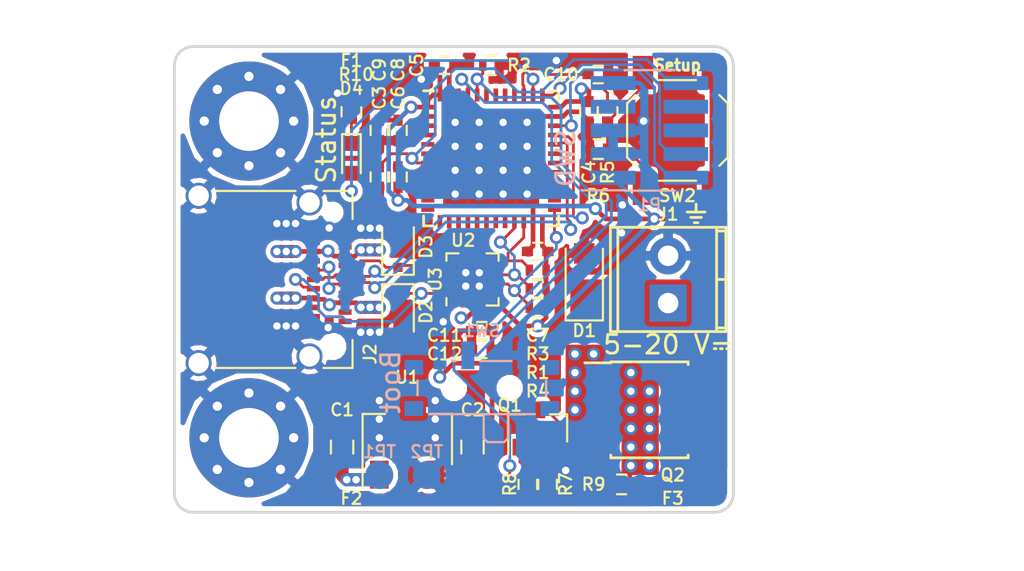
<source format=kicad_pcb>
(kicad_pcb (version 4) (host pcbnew 4.0.6)
  (title_block (title "PD Buddy Sink") (rev 0.3))
  (layers (0 F.Cu signal) (1 In1.Cu signal) (2 In2.Cu signal) (31 B.Cu signal) (34 B.Paste user) (35 F.Paste user) (36 B.SilkS user) (37 F.SilkS user) (38 B.Mask user) (39 F.Mask user) (44 Edge.Cuts user))
  (net 0 "")
  (net 1 VBUS)
  (net 2 GND)
  (net 3 +3V3)
  (net 4 /Microcontroller/nRST)
  (net 5 "/PD PHY/CC2")
  (net 6 "/PD PHY/CC1")
  (net 7 /Microcontroller/SWDIO)
  (net 8 /Microcontroller/SWCLK)
  (net 9 "Net-(Q1-Pad1)")
  (net 10 /Microcontroller/INT_N)
  (net 11 /Microcontroller/SCL)
  (net 12 /Microcontroller/SDA)
  (net 13 "Net-(R5-Pad1)")
  (net 14 /Microcontroller/OUT_CTRL)
  (net 15 "Net-(U2-Pad2)")
  (net 16 "Net-(U2-Pad3)")
  (net 17 "Net-(U2-Pad4)")
  (net 18 "Net-(U2-Pad5)")
  (net 19 "Net-(U2-Pad6)")
  (net 20 "Net-(U2-Pad10)")
  (net 21 "Net-(U2-Pad11)")
  (net 22 "Net-(U2-Pad12)")
  (net 23 "Net-(U2-Pad13)")
  (net 24 "Net-(U2-Pad14)")
  (net 25 "Net-(U2-Pad15)")
  (net 26 "Net-(U2-Pad16)")
  (net 27 "Net-(U2-Pad17)")
  (net 28 "Net-(U2-Pad18)")
  (net 29 "Net-(U2-Pad19)")
  (net 30 "Net-(U2-Pad20)")
  (net 31 "Net-(U2-Pad26)")
  (net 32 "Net-(U2-Pad27)")
  (net 33 "Net-(U2-Pad28)")
  (net 34 "Net-(U2-Pad29)")
  (net 35 "Net-(U2-Pad30)")
  (net 36 "Net-(U2-Pad40)")
  (net 37 "Net-(U2-Pad46)")
  (net 38 "Net-(D4-Pad1)")
  (net 39 /Microcontroller/D+)
  (net 40 /Microcontroller/D-)
  (net 41 /Microcontroller/SETUP)
  (net 42 "Net-(U2-Pad31)")
  (net 43 "Net-(U2-Pad41)")
  (net 44 "Net-(U2-Pad42)")
  (net 45 "Net-(U2-Pad43)")
  (net 46 "Net-(Q1-Pad3)")
  (net 47 /Output/OUT)
  (net 48 /Microcontroller/BOOT)
  (net 49 /Microcontroller/STATUS)
  (net 50 "Net-(U3-Pad12)")
  (net 51 "Net-(U3-Pad13)")
  (net 52 "Net-(P1-Pad6)")
  (net 53 "Net-(P1-Pad7)")
  (net 54 "Net-(P1-Pad8)")
  (net 55 "Net-(J2-PadA2)")
  (net 56 "Net-(J2-PadA3)")
  (net 57 "Net-(J2-PadA10)")
  (net 58 "Net-(J2-PadA8)")
  (net 59 "Net-(J2-PadA11)")
  (net 60 "Net-(J2-PadB2)")
  (net 61 "Net-(J2-PadB3)")
  (net 62 "Net-(J2-PadB8)")
  (net 63 "Net-(J2-PadB10)")
  (net 64 "Net-(J2-PadB11)")
  (module Fiducials:Fiducial_1mm_Dia_2.54mm_Outer_CopperTop (layer F.Cu) (at 110.25 81.25)
    (fp_text reference F3 (at -2 0.5) (layer F.SilkS) (effects (font (size 0.65 0.65) (thickness 0.12))))
    (fp_text value Fiducial_1mm_Dia_2.54mm_Outer_CopperTop)
    (pad ~ smd circle (at 0 0) (size 1 1) (layers F.Cu F.Mask) (clearance 0.77))
  )
  (module Fiducials:Fiducial_1mm_Dia_2.54mm_Outer_CopperTop (layer F.Cu) (at 89 81.25)
    (fp_text reference F2 (at 2 0.5) (layer F.SilkS) (effects (font (size 0.65 0.65) (thickness 0.12))))
    (fp_text value Fiducial_1mm_Dia_2.54mm_Outer_CopperTop)
    (pad ~ smd circle (at 0 0) (size 1 1) (layers F.Cu F.Mask) (clearance 0.77))
  )
  (module Housings_DFN_QFN:QFN-48-1EP_7x7mm_Pitch0.5mm (layer F.Cu) (at 98.5 63.5)
    (fp_text reference U2 (at -1.5 4.4) (layer F.SilkS) (effects (font (size 0.65 0.65) (thickness 0.12))))
    (fp_text value STM32F072C8Ux)
    (pad 1 smd rect (at -3.4 -2.75) (size 0.7 0.25) (layers F.Cu F.Paste F.Mask) (net 3 +3V3))
    (pad 2 smd rect (at -3.4 -2.25) (size 0.7 0.25) (layers F.Cu F.Paste F.Mask) (net 15 "Net-(U2-Pad2)"))
    (pad 3 smd rect (at -3.4 -1.75) (size 0.7 0.25) (layers F.Cu F.Paste F.Mask) (net 16 "Net-(U2-Pad3)"))
    (pad 4 smd rect (at -3.4 -1.25) (size 0.7 0.25) (layers F.Cu F.Paste F.Mask) (net 17 "Net-(U2-Pad4)"))
    (pad 5 smd rect (at -3.4 -0.75) (size 0.7 0.25) (layers F.Cu F.Paste F.Mask) (net 18 "Net-(U2-Pad5)"))
    (pad 6 smd rect (at -3.4 -0.25) (size 0.7 0.25) (layers F.Cu F.Paste F.Mask) (net 19 "Net-(U2-Pad6)"))
    (pad 7 smd rect (at -3.4 0.25) (size 0.7 0.25) (layers F.Cu F.Paste F.Mask) (net 4 /Microcontroller/nRST))
    (pad 8 smd rect (at -3.4 0.75) (size 0.7 0.25) (layers F.Cu F.Paste F.Mask) (net 2 GND))
    (pad 9 smd rect (at -3.4 1.25) (size 0.7 0.25) (layers F.Cu F.Paste F.Mask) (net 3 +3V3))
    (pad 10 smd rect (at -3.4 1.75) (size 0.7 0.25) (layers F.Cu F.Paste F.Mask) (net 20 "Net-(U2-Pad10)"))
    (pad 11 smd rect (at -3.4 2.25) (size 0.7 0.25) (layers F.Cu F.Paste F.Mask) (net 21 "Net-(U2-Pad11)"))
    (pad 12 smd rect (at -3.4 2.75) (size 0.7 0.25) (layers F.Cu F.Paste F.Mask) (net 22 "Net-(U2-Pad12)"))
    (pad 13 smd rect (at -2.75 3.4 90) (size 0.7 0.25) (layers F.Cu F.Paste F.Mask) (net 23 "Net-(U2-Pad13)"))
    (pad 14 smd rect (at -2.25 3.4 90) (size 0.7 0.25) (layers F.Cu F.Paste F.Mask) (net 24 "Net-(U2-Pad14)"))
    (pad 15 smd rect (at -1.75 3.4 90) (size 0.7 0.25) (layers F.Cu F.Paste F.Mask) (net 25 "Net-(U2-Pad15)"))
    (pad 16 smd rect (at -1.25 3.4 90) (size 0.7 0.25) (layers F.Cu F.Paste F.Mask) (net 26 "Net-(U2-Pad16)"))
    (pad 17 smd rect (at -0.75 3.4 90) (size 0.7 0.25) (layers F.Cu F.Paste F.Mask) (net 27 "Net-(U2-Pad17)"))
    (pad 18 smd rect (at -0.25 3.4 90) (size 0.7 0.25) (layers F.Cu F.Paste F.Mask) (net 28 "Net-(U2-Pad18)"))
    (pad 19 smd rect (at 0.25 3.4 90) (size 0.7 0.25) (layers F.Cu F.Paste F.Mask) (net 29 "Net-(U2-Pad19)"))
    (pad 20 smd rect (at 0.75 3.4 90) (size 0.7 0.25) (layers F.Cu F.Paste F.Mask) (net 30 "Net-(U2-Pad20)"))
    (pad 21 smd rect (at 1.25 3.4 90) (size 0.7 0.25) (layers F.Cu F.Paste F.Mask) (net 11 /Microcontroller/SCL))
    (pad 22 smd rect (at 1.75 3.4 90) (size 0.7 0.25) (layers F.Cu F.Paste F.Mask) (net 12 /Microcontroller/SDA))
    (pad 23 smd rect (at 2.25 3.4 90) (size 0.7 0.25) (layers F.Cu F.Paste F.Mask) (net 2 GND))
    (pad 24 smd rect (at 2.75 3.4 90) (size 0.7 0.25) (layers F.Cu F.Paste F.Mask) (net 3 +3V3))
    (pad 25 smd rect (at 3.4 2.75) (size 0.7 0.25) (layers F.Cu F.Paste F.Mask) (net 10 /Microcontroller/INT_N))
    (pad 26 smd rect (at 3.4 2.25) (size 0.7 0.25) (layers F.Cu F.Paste F.Mask) (net 31 "Net-(U2-Pad26)"))
    (pad 27 smd rect (at 3.4 1.75) (size 0.7 0.25) (layers F.Cu F.Paste F.Mask) (net 32 "Net-(U2-Pad27)"))
    (pad 28 smd rect (at 3.4 1.25) (size 0.7 0.25) (layers F.Cu F.Paste F.Mask) (net 33 "Net-(U2-Pad28)"))
    (pad 29 smd rect (at 3.4 0.75) (size 0.7 0.25) (layers F.Cu F.Paste F.Mask) (net 34 "Net-(U2-Pad29)"))
    (pad 30 smd rect (at 3.4 0.25) (size 0.7 0.25) (layers F.Cu F.Paste F.Mask) (net 35 "Net-(U2-Pad30)"))
    (pad 31 smd rect (at 3.4 -0.25) (size 0.7 0.25) (layers F.Cu F.Paste F.Mask) (net 42 "Net-(U2-Pad31)"))
    (pad 32 smd rect (at 3.4 -0.75) (size 0.7 0.25) (layers F.Cu F.Paste F.Mask) (net 40 /Microcontroller/D-))
    (pad 33 smd rect (at 3.4 -1.25) (size 0.7 0.25) (layers F.Cu F.Paste F.Mask) (net 39 /Microcontroller/D+))
    (pad 34 smd rect (at 3.4 -1.75) (size 0.7 0.25) (layers F.Cu F.Paste F.Mask) (net 7 /Microcontroller/SWDIO))
    (pad 35 smd rect (at 3.4 -2.25) (size 0.7 0.25) (layers F.Cu F.Paste F.Mask) (net 2 GND))
    (pad 36 smd rect (at 3.4 -2.75) (size 0.7 0.25) (layers F.Cu F.Paste F.Mask) (net 3 +3V3))
    (pad 37 smd rect (at 2.75 -3.4 90) (size 0.7 0.25) (layers F.Cu F.Paste F.Mask) (net 8 /Microcontroller/SWCLK))
    (pad 38 smd rect (at 2.25 -3.4 90) (size 0.7 0.25) (layers F.Cu F.Paste F.Mask) (net 49 /Microcontroller/STATUS))
    (pad 39 smd rect (at 1.75 -3.4 90) (size 0.7 0.25) (layers F.Cu F.Paste F.Mask) (net 41 /Microcontroller/SETUP))
    (pad 40 smd rect (at 1.25 -3.4 90) (size 0.7 0.25) (layers F.Cu F.Paste F.Mask) (net 36 "Net-(U2-Pad40)"))
    (pad 41 smd rect (at 0.75 -3.4 90) (size 0.7 0.25) (layers F.Cu F.Paste F.Mask) (net 43 "Net-(U2-Pad41)"))
    (pad 42 smd rect (at 0.25 -3.4 90) (size 0.7 0.25) (layers F.Cu F.Paste F.Mask) (net 44 "Net-(U2-Pad42)"))
    (pad 43 smd rect (at -0.25 -3.4 90) (size 0.7 0.25) (layers F.Cu F.Paste F.Mask) (net 45 "Net-(U2-Pad43)"))
    (pad 44 smd rect (at -0.75 -3.4 90) (size 0.7 0.25) (layers F.Cu F.Paste F.Mask) (net 48 /Microcontroller/BOOT))
    (pad 45 smd rect (at -1.25 -3.4 90) (size 0.7 0.25) (layers F.Cu F.Paste F.Mask) (net 14 /Microcontroller/OUT_CTRL))
    (pad 46 smd rect (at -1.75 -3.4 90) (size 0.7 0.25) (layers F.Cu F.Paste F.Mask) (net 37 "Net-(U2-Pad46)"))
    (pad 47 smd rect (at -2.25 -3.4 90) (size 0.7 0.25) (layers F.Cu F.Paste F.Mask) (net 2 GND))
    (pad 48 smd rect (at -2.75 -3.4 90) (size 0.7 0.25) (layers F.Cu F.Paste F.Mask) (net 3 +3V3))
    (pad 49 smd rect (at 1.93125 1.93125) (size 1.2875 1.2875) (layers F.Cu F.Paste F.Mask) (net 2 GND))
    (pad 49 smd rect (at 1.93125 0.64375) (size 1.2875 1.2875) (layers F.Cu F.Paste F.Mask) (net 2 GND))
    (pad 49 smd rect (at 1.93125 -0.64375) (size 1.2875 1.2875) (layers F.Cu F.Paste F.Mask) (net 2 GND))
    (pad 49 smd rect (at 1.93125 -1.93125) (size 1.2875 1.2875) (layers F.Cu F.Paste F.Mask) (net 2 GND))
    (pad 49 smd rect (at 0.64375 1.93125) (size 1.2875 1.2875) (layers F.Cu F.Paste F.Mask) (net 2 GND))
    (pad 49 smd rect (at 0.64375 0.64375) (size 1.2875 1.2875) (layers F.Cu F.Paste F.Mask) (net 2 GND))
    (pad 49 smd rect (at 0.64375 -0.64375) (size 1.2875 1.2875) (layers F.Cu F.Paste F.Mask) (net 2 GND))
    (pad 49 smd rect (at 0.64375 -1.93125) (size 1.2875 1.2875) (layers F.Cu F.Paste F.Mask) (net 2 GND))
    (pad 49 smd rect (at -0.64375 1.93125) (size 1.2875 1.2875) (layers F.Cu F.Paste F.Mask) (net 2 GND))
    (pad 49 smd rect (at -0.64375 0.64375) (size 1.2875 1.2875) (layers F.Cu F.Paste F.Mask) (net 2 GND))
    (pad 49 smd rect (at -0.64375 -0.64375) (size 1.2875 1.2875) (layers F.Cu F.Paste F.Mask) (net 2 GND))
    (pad 49 smd rect (at -0.64375 -1.93125) (size 1.2875 1.2875) (layers F.Cu F.Paste F.Mask) (net 2 GND))
    (pad 49 smd rect (at -1.93125 1.93125) (size 1.2875 1.2875) (layers F.Cu F.Paste F.Mask) (net 2 GND))
    (pad 49 smd rect (at -1.93125 0.64375) (size 1.2875 1.2875) (layers F.Cu F.Paste F.Mask) (net 2 GND))
    (pad 49 smd rect (at -1.93125 -0.64375) (size 1.2875 1.2875) (layers F.Cu F.Paste F.Mask) (net 2 GND))
    (pad 49 smd rect (at -1.93125 -1.93125) (size 1.2875 1.2875) (layers F.Cu F.Paste F.Mask) (net 2 GND))
  )
  (module Connectors_Terminal_Blocks:TerminalBlock_Pheonix_MPT-2.54mm_2pol (layer F.Cu) (at 108 71.27 90)
    (fp_text reference J1 (at 4.77 0 180) (layer F.SilkS) (effects (font (size 0.65 0.65) (thickness 0.12))))
    (fp_text value "5-20 V⎓" (at -2.23 0 180) (layer F.SilkS))
    (pad 2 thru_hole oval (at 2.54 0 90) (size 1.99898 1.99898) (drill 1.09728) (layers *.Cu *.Mask) (net 2 GND))
    (pad 1 thru_hole rect (at 0 0 90) (size 1.99898 1.99898) (drill 1.09728) (layers *.Cu *.Mask) (net 47 /Output/OUT))
  )
  (module Housings_SOIC:SOIC-8_3.9x4.9mm_Pitch1.27mm (layer F.Cu) (at 107 77)
    (fp_text reference Q2 (at 1.25 3.5) (layer F.SilkS) (effects (font (size 0.65 0.65) (thickness 0.12))))
    (fp_text value DMP4015SSS)
    (pad 1 smd rect (at -2.7 -1.905) (size 1.55 0.6) (layers F.Cu F.Paste F.Mask) (net 1 VBUS))
    (pad 2 smd rect (at -2.7 -0.635) (size 1.55 0.6) (layers F.Cu F.Paste F.Mask) (net 1 VBUS))
    (pad 3 smd rect (at -2.7 0.635) (size 1.55 0.6) (layers F.Cu F.Paste F.Mask) (net 1 VBUS))
    (pad 4 smd rect (at -2.7 1.905) (size 1.55 0.6) (layers F.Cu F.Paste F.Mask) (net 46 "Net-(Q1-Pad3)"))
    (pad 5 smd rect (at 2.7 1.905) (size 1.55 0.6) (layers F.Cu F.Paste F.Mask) (net 47 /Output/OUT))
    (pad 6 smd rect (at 2.7 0.635) (size 1.55 0.6) (layers F.Cu F.Paste F.Mask) (net 47 /Output/OUT))
    (pad 7 smd rect (at 2.7 -0.635) (size 1.55 0.6) (layers F.Cu F.Paste F.Mask) (net 47 /Output/OUT))
    (pad 8 smd rect (at 2.7 -1.905) (size 1.55 0.6) (layers F.Cu F.Paste F.Mask) (net 47 /Output/OUT))
  )
  (module TO_SOT_Packages_SMD:SOT-23 (layer F.Cu) (at 101 78 90)
    (fp_text reference Q1 (at 1.25 -1.5 180) (layer F.SilkS) (effects (font (size 0.65 0.65) (thickness 0.12))))
    (fp_text value MMBT2222ALT1G)
    (pad 1 smd rect (at -1 -0.95 90) (size 0.9 0.8) (layers F.Cu F.Paste F.Mask) (net 9 "Net-(Q1-Pad1)"))
    (pad 2 smd rect (at -1 0.95 90) (size 0.9 0.8) (layers F.Cu F.Paste F.Mask) (net 2 GND))
    (pad 3 smd rect (at 1 0 90) (size 0.9 0.8) (layers F.Cu F.Paste F.Mask) (net 46 "Net-(Q1-Pad3)"))
  )
  (module TO_SOT_Packages_SMD:SOT89-3_Housing (layer F.Cu) (at 94 79 90)
    (fp_text reference U1 (at 3.75 0 180) (layer F.SilkS) (effects (font (size 0.65 0.65) (thickness 0.12))))
    (fp_text value AP2204R-3.3TRG1)
    (pad 1 smd rect (at -1.48 -1.5) (size 1 1.5) (layers F.Cu F.Paste F.Mask) (net 1 VBUS))
    (pad 2 smd rect (at -1.48 0) (size 1 1.5) (layers F.Cu F.Paste F.Mask) (net 2 GND))
    (pad 3 smd rect (at -1.48 1.5) (size 1 1.5) (layers F.Cu F.Paste F.Mask) (net 3 +3V3))
    (pad 2 smd rect (at 1.48 0) (size 2 3) (layers F.Cu F.Paste F.Mask) (net 2 GND))
    (pad 2 smd trapezoid (at -0.37 0 180) (size 1.5 0.75) (rect_delta 0 0.5) (layers F.Cu F.Paste F.Mask) (net 2 GND))
  )
  (module Buttons_Switches_SMD:SW_SPST_SKQG (layer F.Cu) (at 108.5 62 270)
    (fp_text reference SW2 (at 3.5 0 360) (layer F.SilkS) (effects (font (size 0.65 0.65) (thickness 0.12))))
    (fp_text value Setup (at -3.5 0 360) (layer F.SilkS) (effects (font (size 0.6 0.6))))
    (pad 1 smd rect (at -3.1 -1.85 270) (size 1.8 1.1) (layers F.Cu F.Paste F.Mask) (net 3 +3V3))
    (pad 1 smd rect (at 3.1 -1.85 270) (size 1.8 1.1) (layers F.Cu F.Paste F.Mask) (net 3 +3V3))
    (pad 2 smd rect (at -3.1 1.85 270) (size 1.8 1.1) (layers F.Cu F.Paste F.Mask) (net 13 "Net-(R5-Pad1)"))
    (pad 2 smd rect (at 3.1 1.85 270) (size 1.8 1.1) (layers F.Cu F.Paste F.Mask) (net 13 "Net-(R5-Pad1)"))
  )
  (module Diodes_SMD:D_SOD-123F (layer F.Cu) (at 103.5 70 90)
    (fp_text reference D1 (at -2.75 0 180) (layer F.SilkS) (effects (font (size 0.65 0.65) (thickness 0.12))))
    (fp_text value SS14FL)
    (pad 1 smd rect (at -1.4 0 90) (size 1.1 1.1) (layers F.Cu F.Paste F.Mask) (net 47 /Output/OUT))
    (pad 2 smd rect (at 1.4 0 90) (size 1.1 1.1) (layers F.Cu F.Paste F.Mask) (net 2 GND))
  )
  (module pd-buddy:SW_SPDT_PCM12_NOPASTE (layer B.Cu) (at 98 75.5 180)
    (fp_text reference SW1 (at 0 2.75 180) (layer B.SilkS) (effects (font (size 0.65 0.65) (thickness 0.12)) (justify mirror)))
    (fp_text value Boot (at 4.9 0 450) (layer B.SilkS) (effects (justify mirror)))
    (pad "" np_thru_hole circle (at -1.5 -0.33 180) (size 0.9 0.9) (drill 0.9) (layers *.Cu *.Mask))
    (pad "" np_thru_hole circle (at 1.5 -0.33 180) (size 0.9 0.9) (drill 0.9) (layers *.Cu *.Mask))
    (pad 1 smd rect (at -2.25 1.43 180) (size 0.7 1.5) (layers B.Cu B.Mask) (net 2 GND))
    (pad 2 smd rect (at 0.75 1.43 180) (size 0.7 1.5) (layers B.Cu B.Mask) (net 48 /Microcontroller/BOOT))
    (pad 3 smd rect (at 2.25 1.43 180) (size 0.7 1.5) (layers B.Cu B.Mask) (net 3 +3V3))
    (pad "" smd rect (at -3.65 -1.43 180) (size 1 0.8) (layers B.Cu B.Mask))
    (pad "" smd rect (at 3.65 -1.43 180) (size 1 0.8) (layers B.Cu B.Mask))
    (pad "" smd rect (at 3.65 0.78 180) (size 1 0.8) (layers B.Cu B.Mask))
    (pad "" smd rect (at -3.65 0.78 180) (size 1 0.8) (layers B.Cu B.Mask))
  )
  (module Capacitors_SMD:C_0603 (layer F.Cu) (at 90.5 79 90)
    (fp_text reference C1 (at 2 0 180) (layer F.SilkS) (effects (font (size 0.65 0.65) (thickness 0.12))))
    (fp_text value "1.0μF 25V")
    (pad 1 smd rect (at -0.75 0 90) (size 0.8 0.75) (layers F.Cu F.Paste F.Mask) (net 1 VBUS))
    (pad 2 smd rect (at 0.75 0 90) (size 0.8 0.75) (layers F.Cu F.Paste F.Mask) (net 2 GND))
  )
  (module Capacitors_SMD:C_0603 (layer F.Cu) (at 97.5 79 90)
    (fp_text reference C2 (at 2 0 180) (layer F.SilkS) (effects (font (size 0.65 0.65) (thickness 0.12))))
    (fp_text value 2.2μF)
    (pad 1 smd rect (at -0.75 0 90) (size 0.8 0.75) (layers F.Cu F.Paste F.Mask) (net 3 +3V3))
    (pad 2 smd rect (at 0.75 0 90) (size 0.8 0.75) (layers F.Cu F.Paste F.Mask) (net 2 GND))
  )
  (module Capacitors_SMD:C_0402 (layer F.Cu) (at 92.5 64.5 90)
    (fp_text reference C3 (at 4.25 0 90) (layer F.SilkS) (effects (font (size 0.65 0.65) (thickness 0.12))))
    (fp_text value 0.1μF)
    (pad 1 smd rect (at -0.55 0 90) (size 0.6 0.5) (layers F.Cu F.Paste F.Mask) (net 2 GND))
    (pad 2 smd rect (at 0.55 0 90) (size 0.6 0.5) (layers F.Cu F.Paste F.Mask) (net 4 /Microcontroller/nRST))
  )
  (module Capacitors_SMD:C_0402 (layer F.Cu) (at 103.75 61 270)
    (fp_text reference C4 (at 3.25 0 270) (layer F.SilkS) (effects (font (size 0.65 0.65) (thickness 0.12))))
    (fp_text value 0.1μF)
    (pad 1 smd rect (at -0.55 0 270) (size 0.6 0.5) (layers F.Cu F.Paste F.Mask) (net 3 +3V3))
    (pad 2 smd rect (at 0.55 0 270) (size 0.6 0.5) (layers F.Cu F.Paste F.Mask) (net 2 GND))
  )
  (module Capacitors_SMD:C_0402 (layer F.Cu) (at 96 58.5)
    (fp_text reference C5 (at -1.5 0 90) (layer F.SilkS) (effects (font (size 0.65 0.65) (thickness 0.12))))
    (fp_text value 0.1μF)
    (pad 1 smd rect (at -0.55 0) (size 0.6 0.5) (layers F.Cu F.Paste F.Mask) (net 3 +3V3))
    (pad 2 smd rect (at 0.55 0) (size 0.6 0.5) (layers F.Cu F.Paste F.Mask) (net 2 GND))
  )
  (module Capacitors_SMD:C_0402 (layer F.Cu) (at 93.5 64.5 90)
    (fp_text reference C6 (at 4.25 0 90) (layer F.SilkS) (effects (font (size 0.65 0.65) (thickness 0.12))))
    (fp_text value 0.1μF)
    (pad 1 smd rect (at -0.55 0 90) (size 0.6 0.5) (layers F.Cu F.Paste F.Mask) (net 3 +3V3))
    (pad 2 smd rect (at 0.55 0 90) (size 0.6 0.5) (layers F.Cu F.Paste F.Mask) (net 2 GND))
  )
  (module Capacitors_SMD:C_0402 (layer F.Cu) (at 101 68.5 180)
    (fp_text reference C7 (at 0 -4.5 180) (layer F.SilkS) (effects (font (size 0.65 0.65) (thickness 0.12))))
    (fp_text value 0.1μF)
    (pad 1 smd rect (at -0.55 0 180) (size 0.6 0.5) (layers F.Cu F.Paste F.Mask) (net 3 +3V3))
    (pad 2 smd rect (at 0.55 0 180) (size 0.6 0.5) (layers F.Cu F.Paste F.Mask) (net 2 GND))
  )
  (module Capacitors_SMD:C_0402 (layer F.Cu) (at 93.5 62 270)
    (fp_text reference C8 (at -3.25 0 270) (layer F.SilkS) (effects (font (size 0.65 0.65) (thickness 0.12))))
    (fp_text value 0.1μF)
    (pad 1 smd rect (at -0.55 0 270) (size 0.6 0.5) (layers F.Cu F.Paste F.Mask) (net 3 +3V3))
    (pad 2 smd rect (at 0.55 0 270) (size 0.6 0.5) (layers F.Cu F.Paste F.Mask) (net 2 GND))
  )
  (module Capacitors_SMD:C_0402 (layer F.Cu) (at 92.5 62 270)
    (fp_text reference C9 (at -3.25 0 270) (layer F.SilkS) (effects (font (size 0.65 0.65) (thickness 0.12))))
    (fp_text value 1μF)
    (pad 1 smd rect (at -0.55 0 270) (size 0.6 0.5) (layers F.Cu F.Paste F.Mask) (net 3 +3V3))
    (pad 2 smd rect (at 0.55 0 270) (size 0.6 0.5) (layers F.Cu F.Paste F.Mask) (net 2 GND))
  )
  (module Capacitors_SMD:C_0402 (layer F.Cu) (at 104.25 59)
    (fp_text reference C10 (at -2 0) (layer F.SilkS) (effects (font (size 0.65 0.65) (thickness 0.12))))
    (fp_text value 0.1μF)
    (pad 1 smd rect (at -0.55 0) (size 0.6 0.5) (layers F.Cu F.Paste F.Mask) (net 41 /Microcontroller/SETUP))
    (pad 2 smd rect (at 0.55 0) (size 0.6 0.5) (layers F.Cu F.Paste F.Mask) (net 2 GND))
  )
  (module Capacitors_SMD:C_0402 (layer F.Cu) (at 98 72.75 180)
    (fp_text reference C11 (at 2 -0.25 180) (layer F.SilkS) (effects (font (size 0.65 0.65) (thickness 0.12))))
    (fp_text value 0.1μF)
    (pad 1 smd rect (at -0.55 0 180) (size 0.6 0.5) (layers F.Cu F.Paste F.Mask) (net 3 +3V3))
    (pad 2 smd rect (at 0.55 0 180) (size 0.6 0.5) (layers F.Cu F.Paste F.Mask) (net 2 GND))
  )
  (module Capacitors_SMD:C_0402 (layer F.Cu) (at 98 73.75 180)
    (fp_text reference C12 (at 2 -0.25 180) (layer F.SilkS) (effects (font (size 0.65 0.65) (thickness 0.12))))
    (fp_text value 1μF)
    (pad 1 smd rect (at -0.55 0 180) (size 0.6 0.5) (layers F.Cu F.Paste F.Mask) (net 3 +3V3))
    (pad 2 smd rect (at 0.55 0 180) (size 0.6 0.5) (layers F.Cu F.Paste F.Mask) (net 2 GND))
  )
  (module LEDs:LED_0603 (layer F.Cu) (at 91 63.5 270)
    (fp_text reference D4 (at -3.75 0 360) (layer F.SilkS) (effects (font (size 0.65 0.65) (thickness 0.12))))
    (fp_text value Status (at -1 1.35 270) (layer F.SilkS))
    (pad 2 smd rect (at 0.8 0 90) (size 0.8 0.8) (layers F.Cu F.Paste F.Mask) (net 49 /Microcontroller/STATUS))
    (pad 1 smd rect (at -0.8 0 90) (size 0.8 0.8) (layers F.Cu F.Paste F.Mask) (net 38 "Net-(D4-Pad1)"))
  )
  (module Resistors_SMD:R_0402 (layer F.Cu) (at 101 70.5)
    (fp_text reference R1 (at 0 4.5) (layer F.SilkS) (effects (font (size 0.65 0.65) (thickness 0.12))))
    (fp_text value 2kΩ)
    (pad 1 smd rect (at -0.45 0) (size 0.4 0.6) (layers F.Cu F.Paste F.Mask) (net 11 /Microcontroller/SCL))
    (pad 2 smd rect (at 0.45 0) (size 0.4 0.6) (layers F.Cu F.Paste F.Mask) (net 3 +3V3))
  )
  (module Resistors_SMD:R_0402 (layer F.Cu) (at 98.5 58.5 180)
    (fp_text reference R2 (at -1.5 0 180) (layer F.SilkS) (effects (font (size 0.65 0.65) (thickness 0.12))))
    (fp_text value 10kΩ)
    (pad 1 smd rect (at -0.45 0 180) (size 0.4 0.6) (layers F.Cu F.Paste F.Mask) (net 2 GND))
    (pad 2 smd rect (at 0.45 0 180) (size 0.4 0.6) (layers F.Cu F.Paste F.Mask) (net 48 /Microcontroller/BOOT))
  )
  (module Resistors_SMD:R_0402 (layer F.Cu) (at 101 69.5)
    (fp_text reference R3 (at 0 4.5) (layer F.SilkS) (effects (font (size 0.65 0.65) (thickness 0.12))))
    (fp_text value 2kΩ)
    (pad 1 smd rect (at -0.45 0) (size 0.4 0.6) (layers F.Cu F.Paste F.Mask) (net 12 /Microcontroller/SDA))
    (pad 2 smd rect (at 0.45 0) (size 0.4 0.6) (layers F.Cu F.Paste F.Mask) (net 3 +3V3))
  )
  (module Resistors_SMD:R_0402 (layer F.Cu) (at 101 71.5)
    (fp_text reference R4 (at 0 4.5) (layer F.SilkS) (effects (font (size 0.65 0.65) (thickness 0.12))))
    (fp_text value 2kΩ)
    (pad 1 smd rect (at -0.45 0) (size 0.4 0.6) (layers F.Cu F.Paste F.Mask) (net 10 /Microcontroller/INT_N))
    (pad 2 smd rect (at 0.45 0) (size 0.4 0.6) (layers F.Cu F.Paste F.Mask) (net 3 +3V3))
  )
  (module Resistors_SMD:R_0402 (layer F.Cu) (at 104.75 61 90)
    (fp_text reference R5 (at -3.25 0 90) (layer F.SilkS) (effects (font (size 0.65 0.65) (thickness 0.12))))
    (fp_text value 10kΩ)
    (pad 1 smd rect (at -0.45 0 90) (size 0.4 0.6) (layers F.Cu F.Paste F.Mask) (net 13 "Net-(R5-Pad1)"))
    (pad 2 smd rect (at 0.45 0 90) (size 0.4 0.6) (layers F.Cu F.Paste F.Mask) (net 41 /Microcontroller/SETUP))
  )
  (module Resistors_SMD:R_0402 (layer F.Cu) (at 104.25 63 180)
    (fp_text reference R6 (at 0 -2.5 180) (layer F.SilkS) (effects (font (size 0.65 0.65) (thickness 0.12))))
    (fp_text value 10kΩ)
    (pad 1 smd rect (at -0.45 0 180) (size 0.4 0.6) (layers F.Cu F.Paste F.Mask) (net 13 "Net-(R5-Pad1)"))
    (pad 2 smd rect (at 0.45 0 180) (size 0.4 0.6) (layers F.Cu F.Paste F.Mask) (net 2 GND))
  )
  (module Resistors_SMD:R_0402 (layer F.Cu) (at 101.5 81 90)
    (fp_text reference R7 (at 0 1 90) (layer F.SilkS) (effects (font (size 0.65 0.65) (thickness 0.12))))
    (fp_text value 10kΩ)
    (pad 1 smd rect (at -0.45 0 90) (size 0.4 0.6) (layers F.Cu F.Paste F.Mask) (net 14 /Microcontroller/OUT_CTRL))
    (pad 2 smd rect (at 0.45 0 90) (size 0.4 0.6) (layers F.Cu F.Paste F.Mask) (net 2 GND))
  )
  (module Resistors_SMD:R_0402 (layer F.Cu) (at 100.5 81 90)
    (fp_text reference R8 (at 0 -1 90) (layer F.SilkS) (effects (font (size 0.65 0.65) (thickness 0.12))))
    (fp_text value 2kΩ)
    (pad 1 smd rect (at -0.45 0 90) (size 0.4 0.6) (layers F.Cu F.Paste F.Mask) (net 14 /Microcontroller/OUT_CTRL))
    (pad 2 smd rect (at 0.45 0 90) (size 0.4 0.6) (layers F.Cu F.Paste F.Mask) (net 9 "Net-(Q1-Pad1)"))
  )
  (module Resistors_SMD:R_0402 (layer F.Cu) (at 91 61 90)
    (fp_text reference R10 (at 2 0.25 180) (layer F.SilkS) (effects (font (size 0.65 0.65) (thickness 0.12))))
    (fp_text value 220Ω)
    (pad 1 smd rect (at -0.45 0 90) (size 0.4 0.6) (layers F.Cu F.Paste F.Mask) (net 38 "Net-(D4-Pad1)"))
    (pad 2 smd rect (at 0.45 0 90) (size 0.4 0.6) (layers F.Cu F.Paste F.Mask) (net 2 GND))
  )
  (module Mounting_Holes:MountingHole_3.2mm_M3_Pad_Via (layer F.Cu) (at 85.5 78.5 90)
    (fp_text reference MK1)
    (fp_text value M3)
    (pad 1 thru_hole circle (at 0 0 90) (size 6.4 6.4) (drill 3.2) (layers *.Cu *.Mask) (net 2 GND))
    (pad "" thru_hole circle (at 2.4 0 90) (size 0.6 0.6) (drill 0.5) (layers *.Cu *.Mask))
    (pad "" thru_hole circle (at 1.697056 1.697056 90) (size 0.6 0.6) (drill 0.5) (layers *.Cu *.Mask))
    (pad "" thru_hole circle (at 0 2.4 90) (size 0.6 0.6) (drill 0.5) (layers *.Cu *.Mask))
    (pad "" thru_hole circle (at -1.697056 1.697056 90) (size 0.6 0.6) (drill 0.5) (layers *.Cu *.Mask))
    (pad "" thru_hole circle (at -2.4 0 90) (size 0.6 0.6) (drill 0.5) (layers *.Cu *.Mask))
    (pad "" thru_hole circle (at -1.697056 -1.697056 90) (size 0.6 0.6) (drill 0.5) (layers *.Cu *.Mask))
    (pad "" thru_hole circle (at 0 -2.4 90) (size 0.6 0.6) (drill 0.5) (layers *.Cu *.Mask))
    (pad "" thru_hole circle (at 1.697056 -1.697056 90) (size 0.6 0.6) (drill 0.5) (layers *.Cu *.Mask))
  )
  (module Mounting_Holes:MountingHole_3.2mm_M3_Pad_Via (layer F.Cu) (at 85.5 61.5 90)
    (fp_text reference MK2)
    (fp_text value M3)
    (pad 1 thru_hole circle (at 0 0 90) (size 6.4 6.4) (drill 3.2) (layers *.Cu *.Mask) (net 2 GND))
    (pad "" thru_hole circle (at 2.4 0 90) (size 0.6 0.6) (drill 0.5) (layers *.Cu *.Mask))
    (pad "" thru_hole circle (at 1.697056 1.697056 90) (size 0.6 0.6) (drill 0.5) (layers *.Cu *.Mask))
    (pad "" thru_hole circle (at 0 2.4 90) (size 0.6 0.6) (drill 0.5) (layers *.Cu *.Mask))
    (pad "" thru_hole circle (at -1.697056 1.697056 90) (size 0.6 0.6) (drill 0.5) (layers *.Cu *.Mask))
    (pad "" thru_hole circle (at -2.4 0 90) (size 0.6 0.6) (drill 0.5) (layers *.Cu *.Mask))
    (pad "" thru_hole circle (at -1.697056 -1.697056 90) (size 0.6 0.6) (drill 0.5) (layers *.Cu *.Mask))
    (pad "" thru_hole circle (at 0 -2.4 90) (size 0.6 0.6) (drill 0.5) (layers *.Cu *.Mask))
    (pad "" thru_hole circle (at 1.697056 -1.697056 90) (size 0.6 0.6) (drill 0.5) (layers *.Cu *.Mask))
  )
  (module Resistors_SMD:R_0402 (layer F.Cu) (at 105.5 81 180)
    (fp_text reference R9 (at 1.5 0 180) (layer F.SilkS) (effects (font (size 0.65 0.65) (thickness 0.12))))
    (fp_text value 100kΩ)
    (pad 1 smd rect (at -0.45 0 180) (size 0.4 0.6) (layers F.Cu F.Paste F.Mask) (net 1 VBUS))
    (pad 2 smd rect (at 0.45 0 180) (size 0.4 0.6) (layers F.Cu F.Paste F.Mask) (net 46 "Net-(Q1-Pad3)"))
  )
  (module Measurement_Points:Measurement_Point_Round-SMD-Pad_Small (layer B.Cu) (at 92.5 80.5)
    (fp_text reference TP1 (at 0 -1.25) (layer B.SilkS) (effects (font (size 0.65 0.65) (thickness 0.12)) (justify mirror)))
    (fp_text value VBUS)
    (pad 1 smd circle (at 0 0) (size 1.5 1.5) (layers B.Cu B.Mask) (net 1 VBUS))
  )
  (module Measurement_Points:Measurement_Point_Round-SMD-Pad_Small (layer B.Cu) (at 95.04 80.5)
    (fp_text reference TP2 (at 0 -1.25) (layer B.SilkS) (effects (font (size 0.65 0.65) (thickness 0.12)) (justify mirror)))
    (fp_text value GND)
    (pad 1 smd circle (at 0 0) (size 1.5 1.5) (layers B.Cu B.Mask) (net 2 GND))
  )
  (module Fiducials:Fiducial_1mm_Dia_2.54mm_Outer_CopperTop (layer F.Cu) (at 89 58.75)
    (fp_text reference F1 (at 2 -0.5) (layer F.SilkS) (effects (font (size 0.65 0.65) (thickness 0.12))))
    (fp_text value Fiducial_1mm_Dia_2.54mm_Outer_CopperTop)
    (pad ~ smd circle (at 0 0) (size 1 1) (layers F.Cu F.Mask) (clearance 0.77))
  )
  (module Housings_DFN_QFN:Fairchild_MLP14D (layer F.Cu) (at 97.5 70 90)
    (fp_text reference U3 (at 0 -2 90) (layer F.SilkS) (effects (font (size 0.65 0.65) (thickness 0.12))))
    (fp_text value FUSB302BMPX)
    (pad 2 smd rect (at -1.215 0 90) (size 0.58 0.3) (layers F.Cu F.Paste F.Mask) (net 1 VBUS))
    (pad 1 smd rect (at -1.215 -0.5 90) (size 0.58 0.3) (layers F.Cu F.Paste F.Mask) (net 5 "/PD PHY/CC2"))
    (pad 3 smd rect (at -1.215 0.5 90) (size 0.58 0.3) (layers F.Cu F.Paste F.Mask) (net 3 +3V3))
    (pad 8 smd rect (at 1.215 0.5 90) (size 0.58 0.3) (layers F.Cu F.Paste F.Mask) (net 2 GND))
    (pad 10 smd rect (at 1.215 -0.5 90) (size 0.58 0.3) (layers F.Cu F.Paste F.Mask) (net 6 "/PD PHY/CC1"))
    (pad 9 smd rect (at 1.215 0 90) (size 0.58 0.3) (layers F.Cu F.Paste F.Mask) (net 2 GND))
    (pad 4 smd rect (at -0.75 1.215 90) (size 0.3 0.58) (layers F.Cu F.Paste F.Mask) (net 3 +3V3))
    (pad 5 smd rect (at -0.25 1.215 90) (size 0.3 0.58) (layers F.Cu F.Paste F.Mask) (net 10 /Microcontroller/INT_N))
    (pad 6 smd rect (at 0.25 1.215 90) (size 0.3 0.58) (layers F.Cu F.Paste F.Mask) (net 11 /Microcontroller/SCL))
    (pad 7 smd rect (at 0.75 1.215 90) (size 0.3 0.58) (layers F.Cu F.Paste F.Mask) (net 12 /Microcontroller/SDA))
    (pad 11 smd rect (at 0.75 -1.215 90) (size 0.3 0.58) (layers F.Cu F.Paste F.Mask) (net 6 "/PD PHY/CC1"))
    (pad 12 smd rect (at 0.25 -1.215 90) (size 0.3 0.58) (layers F.Cu F.Paste F.Mask) (net 50 "Net-(U3-Pad12)"))
    (pad 13 smd rect (at -0.25 -1.215 90) (size 0.3 0.58) (layers F.Cu F.Paste F.Mask) (net 51 "Net-(U3-Pad13)"))
    (pad 14 smd rect (at -0.75 -1.215 90) (size 0.3 0.58) (layers F.Cu F.Paste F.Mask) (net 5 "/PD PHY/CC2"))
    (pad 15 smd rect (at -0.3625 0.3625 90) (size 0.725 0.725) (layers F.Cu F.Paste F.Mask) (net 2 GND))
    (pad 15 smd rect (at 0.3625 0.3625 90) (size 0.725 0.725) (layers F.Cu F.Paste F.Mask) (net 2 GND))
    (pad 15 smd rect (at -0.3625 -0.3625 90) (size 0.725 0.725) (layers F.Cu F.Paste F.Mask) (net 2 GND))
    (pad 15 smd rect (at 0.3625 -0.3625 90) (size 0.725 0.725) (layers F.Cu F.Paste F.Mask) (net 2 GND))
  )
  (module pd-buddy:Pin_Header_Straight_2x05_Pitch1.27mm_SMD_NOPASTE (layer B.Cu) (at 107 62)
    (fp_text reference P1 (at 0 4) (layer B.SilkS) (effects (font (size 0.65 0.65) (thickness 0.12)) (justify mirror)))
    (fp_text value SWD (at -4.5 1.5 90) (layer B.SilkS) (effects (justify mirror)))
    (pad 1 smd rect (at -1.95 2.54) (size 2.4 0.75) (layers B.Cu B.Mask) (net 3 +3V3))
    (pad 2 smd rect (at 1.95 2.54) (size 2.4 0.75) (layers B.Cu B.Mask) (net 7 /Microcontroller/SWDIO))
    (pad 3 smd rect (at -1.95 1.27) (size 2.4 0.75) (layers B.Cu B.Mask) (net 2 GND))
    (pad 4 smd rect (at 1.95 1.27) (size 2.4 0.75) (layers B.Cu B.Mask) (net 8 /Microcontroller/SWCLK))
    (pad 5 smd rect (at -1.95 0) (size 2.4 0.75) (layers B.Cu B.Mask) (net 2 GND))
    (pad 6 smd rect (at 1.95 0) (size 2.4 0.75) (layers B.Cu B.Mask) (net 52 "Net-(P1-Pad6)"))
    (pad 7 smd rect (at -1.95 -1.27) (size 2.4 0.75) (layers B.Cu B.Mask) (net 53 "Net-(P1-Pad7)"))
    (pad 8 smd rect (at 1.95 -1.27) (size 2.4 0.75) (layers B.Cu B.Mask) (net 54 "Net-(P1-Pad8)"))
    (pad 9 smd rect (at -1.95 -2.54) (size 2.4 0.75) (layers B.Cu B.Mask) (net 2 GND))
    (pad 10 smd rect (at 1.95 -2.54) (size 2.4 0.75) (layers B.Cu B.Mask) (net 4 /Microcontroller/nRST))
  )
  (module pd-buddy:Amphenol-12401610E4#2A (layer F.Cu) (at 90 70 270)
    (fp_text reference J2 (at 4 -2 270) (layer F.SilkS) (effects (font (size 0.65 0.65) (thickness 0.12))))
    (fp_text value USB_C_Receptacle)
    (pad S1 thru_hole circle (at -4.13 1.25 270) (size 1.4 1.4) (drill 1.1) (layers *.Cu *.Mask) (net 2 GND))
    (pad A1 smd rect (at -2.75 -0.66 270) (size 0.3 0.7) (layers F.Cu F.Paste F.Mask) (net 2 GND))
    (pad A2 smd rect (at -2.25 -0.66 270) (size 0.3 0.7) (layers F.Cu F.Paste F.Mask) (net 55 "Net-(J2-PadA2)"))
    (pad A3 smd rect (at -1.75 -0.66 270) (size 0.3 0.7) (layers F.Cu F.Paste F.Mask) (net 56 "Net-(J2-PadA3)"))
    (pad A4 smd rect (at -1.25 -0.66 270) (size 0.3 0.7) (layers F.Cu F.Paste F.Mask) (net 1 VBUS))
    (pad A5 smd rect (at -0.75 -0.66 270) (size 0.3 0.7) (layers F.Cu F.Paste F.Mask) (net 6 "/PD PHY/CC1"))
    (pad A6 smd rect (at -0.25 -0.66 270) (size 0.3 0.7) (layers F.Cu F.Paste F.Mask) (net 39 /Microcontroller/D+))
    (pad A7 smd rect (at 0.25 -0.66 270) (size 0.3 0.7) (layers F.Cu F.Paste F.Mask) (net 40 /Microcontroller/D-))
    (pad A12 smd rect (at 2.75 -0.66 270) (size 0.3 0.7) (layers F.Cu F.Paste F.Mask) (net 2 GND))
    (pad A10 smd rect (at 1.75 -0.66 270) (size 0.3 0.7) (layers F.Cu F.Paste F.Mask) (net 57 "Net-(J2-PadA10)"))
    (pad A9 smd rect (at 1.25 -0.66 270) (size 0.3 0.7) (layers F.Cu F.Paste F.Mask) (net 1 VBUS))
    (pad A8 smd rect (at 0.75 -0.66 270) (size 0.3 0.7) (layers F.Cu F.Paste F.Mask) (net 58 "Net-(J2-PadA8)"))
    (pad A11 smd rect (at 2.25 -0.66 270) (size 0.3 0.7) (layers F.Cu F.Paste F.Mask) (net 59 "Net-(J2-PadA11)"))
    (pad B1 smd rect (at 2.5 1.04 270) (size 0.3 0.7) (layers F.Cu F.Paste F.Mask) (net 2 GND))
    (pad S1 thru_hole circle (at 4.13 1.25 270) (size 1.4 1.4) (drill 1.1) (layers *.Cu *.Mask) (net 2 GND))
    (pad S1 thru_hole circle (at 4.49 7.2 270) (size 1.4 1.4) (drill 1.1) (layers *.Cu *.Mask) (net 2 GND))
    (pad S1 thru_hole circle (at -4.49 7.2 270) (size 1.4 1.4) (drill 1.1) (layers *.Cu *.Mask) (net 2 GND))
    (pad "" np_thru_hole circle (at 3.6 0 270) (size 0.95 0.95) (drill 0.95) (layers *.Cu *.Mask))
    (pad "" np_thru_hole circle (at -3.6 0 270) (size 0.65 0.65) (drill 0.65) (layers *.Cu *.Mask))
    (pad B2 smd rect (at 2 1.04 270) (size 0.3 0.7) (layers F.Cu F.Paste F.Mask) (net 60 "Net-(J2-PadB2)"))
    (pad B3 smd rect (at 1.5 1.04 270) (size 0.3 0.7) (layers F.Cu F.Paste F.Mask) (net 61 "Net-(J2-PadB3)"))
    (pad B4 smd rect (at 1 1.04 270) (size 0.3 0.7) (layers F.Cu F.Paste F.Mask) (net 1 VBUS))
    (pad B5 smd rect (at 0.5 1.04 270) (size 0.3 0.7) (layers F.Cu F.Paste F.Mask) (net 5 "/PD PHY/CC2"))
    (pad B6 smd rect (at 0 1.04 270) (size 0.3 0.7) (layers F.Cu F.Paste F.Mask) (net 39 /Microcontroller/D+))
    (pad B7 smd rect (at -0.5 1.04 270) (size 0.3 0.7) (layers F.Cu F.Paste F.Mask) (net 40 /Microcontroller/D-))
    (pad B8 smd rect (at -1 1.04 270) (size 0.3 0.7) (layers F.Cu F.Paste F.Mask) (net 62 "Net-(J2-PadB8)"))
    (pad B9 smd rect (at -1.5 1.04 270) (size 0.3 0.7) (layers F.Cu F.Paste F.Mask) (net 1 VBUS))
    (pad B10 smd rect (at -2 1.04 270) (size 0.3 0.7) (layers F.Cu F.Paste F.Mask) (net 63 "Net-(J2-PadB10)"))
    (pad B11 smd rect (at -2.5 1.04 270) (size 0.3 0.7) (layers F.Cu F.Paste F.Mask) (net 64 "Net-(J2-PadB11)"))
    (pad B12 smd rect (at -3 1.04 270) (size 0.3 0.7) (layers F.Cu F.Paste F.Mask) (net 2 GND))
  )
  (module Diodes_SMD:D_SOD-323F (layer F.Cu) (at 93.5 71.75 270)
    (fp_text reference D2 (at 0 -1.5 450) (layer F.SilkS) (effects (font (size 0.65 0.65) (thickness 0.12))))
    (fp_text value CZRF52C5V6)
    (pad 1 smd rect (at -1.1 0 270) (size 0.5 0.5) (layers F.Cu F.Paste F.Mask) (net 5 "/PD PHY/CC2"))
    (pad 2 smd rect (at 1.1 0 270) (size 0.5 0.5) (layers F.Cu F.Paste F.Mask) (net 2 GND))
  )
  (module Diodes_SMD:D_SOD-323F (layer F.Cu) (at 93.5 68.25 90)
    (fp_text reference D3 (at 0 1.5 90) (layer F.SilkS) (effects (font (size 0.65 0.65) (thickness 0.12))))
    (fp_text value CZRF52C5V6)
    (pad 1 smd rect (at -1.1 0 90) (size 0.5 0.5) (layers F.Cu F.Paste F.Mask) (net 6 "/PD PHY/CC1"))
    (pad 2 smd rect (at 1.1 0 90) (size 0.5 0.5) (layers F.Cu F.Paste F.Mask) (net 2 GND))
  )
  (gr_text ⏚ (at 109.5 66.5) (layer F.SilkS) (effects (font (size 1 1))))
  (gr_arc (start 110.5 81.5) (end 111.5 81.5) (angle 90) (layer Edge.Cuts) (width 0.15))
  (gr_arc (start 110.5 58.5) (end 110.5 57.5) (angle 90) (layer Edge.Cuts) (width 0.15))
  (gr_arc (start 82.5 81.5) (end 82.5 82.5) (angle 90) (layer Edge.Cuts) (width 0.15))
  (gr_arc (start 82.5 58.5) (end 81.5 58.5) (angle 90) (layer Edge.Cuts) (width 0.15))
  (gr_line (start 110.5 57.5) (end 82.5 57.5) (layer Edge.Cuts) (width 0.15))
  (gr_line (start 111.5 81.5) (end 111.5 58.5) (layer Edge.Cuts) (width 0.15))
  (gr_line (start 82.5 82.5) (end 110.5 82.5) (layer Edge.Cuts) (width 0.15))
  (gr_line (start 81.5 58.5) (end 81.5 81.5) (layer Edge.Cuts) (width 0.15))
  (segment (start 97.192337 72.062663) (end 96.88761 72.062663) (width 0.25) (layer F.Cu) (net 1))
  (segment (start 97.5 71.755) (end 97.192337 72.062663) (width 0.25) (layer F.Cu) (net 1))
  (segment (start 97.5 71.215) (end 97.5 71.755) (width 0.25) (layer F.Cu) (net 1))
  (via (at 96.88761 72.062663) (size 0.7) (drill 0.4) (layers F.Cu B.Cu) (net 1))
  (segment (start 90.75 80.75) (end 91.25 80.75) (width 0.7) (layer F.Cu) (net 1))
  (segment (start 90.75 80.75) (end 91.25 80.75) (width 0.7) (layer B.Cu) (net 1))
  (segment (start 91.25 80.75) (end 92.25 80.75) (width 0.7) (layer B.Cu) (net 1))
  (segment (start 92.25 80.75) (end 92.5 80.5) (width 0.7) (layer B.Cu) (net 1))
  (segment (start 91.25 80.75) (end 92.23 80.75) (width 0.7) (layer F.Cu) (net 1))
  (segment (start 92.23 80.75) (end 92.5 80.48) (width 0.7) (layer F.Cu) (net 1))
  (via (at 91.25 80.75) (size 0.7) (drill 0.4) (layers F.Cu B.Cu) (net 1))
  (segment (start 90.5 79.75) (end 90.5 80.5) (width 0.7) (layer F.Cu) (net 1))
  (segment (start 90.5 80.5) (end 90.75 80.75) (width 0.7) (layer F.Cu) (net 1))
  (via (at 90.75 80.75) (size 0.7) (drill 0.4) (layers F.Cu B.Cu) (net 1))
  (segment (start 106 77) (end 106 76) (width 0.6) (layer F.Cu) (net 1))
  (via (at 106 76) (size 0.7) (drill 0.4) (layers F.Cu B.Cu) (net 1))
  (segment (start 106 78) (end 106 77) (width 0.6) (layer F.Cu) (net 1))
  (via (at 106 77) (size 0.7) (drill 0.4) (layers F.Cu B.Cu) (net 1))
  (segment (start 106.095 75.095) (end 106 75) (width 0.6) (layer F.Cu) (net 1))
  (segment (start 107 76) (end 106 75) (width 0.6) (layer F.Cu) (net 1))
  (via (at 106 75) (size 0.7) (drill 0.4) (layers F.Cu B.Cu) (net 1))
  (segment (start 104.3 75.095) (end 106.095 75.095) (width 0.6) (layer F.Cu) (net 1))
  (segment (start 106 79) (end 106 78) (width 0.6) (layer F.Cu) (net 1))
  (via (at 106 78) (size 0.7) (drill 0.4) (layers F.Cu B.Cu) (net 1))
  (segment (start 105.95 80.05) (end 106 80) (width 0.25) (layer F.Cu) (net 1))
  (segment (start 105.95 81) (end 105.95 80.05) (width 0.25) (layer F.Cu) (net 1))
  (segment (start 107 80) (end 106 80) (width 0.6) (layer F.Cu) (net 1))
  (via (at 106 80) (size 0.7) (drill 0.4) (layers F.Cu B.Cu) (net 1))
  (segment (start 107 79) (end 106 79) (width 0.6) (layer F.Cu) (net 1))
  (via (at 106 79) (size 0.7) (drill 0.4) (layers F.Cu B.Cu) (net 1))
  (segment (start 107 79) (end 107 80) (width 0.6) (layer F.Cu) (net 1))
  (via (at 107 80) (size 0.7) (drill 0.4) (layers F.Cu B.Cu) (net 1))
  (segment (start 103 77) (end 103 76) (width 0.6) (layer F.Cu) (net 1))
  (segment (start 103 76) (end 103 75) (width 0.6) (layer F.Cu) (net 1))
  (segment (start 103 75) (end 103 74) (width 0.6) (layer F.Cu) (net 1))
  (segment (start 103 74) (end 104 74) (width 0.6) (layer F.Cu) (net 1))
  (segment (start 107 78) (end 107 79) (width 0.6) (layer F.Cu) (net 1))
  (via (at 107 79) (size 0.7) (drill 0.4) (layers F.Cu B.Cu) (net 1))
  (segment (start 107 77) (end 107 78) (width 0.6) (layer F.Cu) (net 1))
  (via (at 107 78) (size 0.7) (drill 0.4) (layers F.Cu B.Cu) (net 1))
  (segment (start 107 76) (end 107 77) (width 0.6) (layer F.Cu) (net 1))
  (via (at 107 77) (size 0.7) (drill 0.4) (layers F.Cu B.Cu) (net 1))
  (via (at 107 76) (size 0.7) (drill 0.4) (layers F.Cu B.Cu) (net 1))
  (via (at 104 74) (size 0.7) (drill 0.4) (layers F.Cu B.Cu) (net 1))
  (via (at 103 74) (size 0.7) (drill 0.4) (layers F.Cu B.Cu) (net 1))
  (via (at 103 75) (size 0.7) (drill 0.4) (layers F.Cu B.Cu) (net 1))
  (via (at 103 76) (size 0.7) (drill 0.4) (layers F.Cu B.Cu) (net 1))
  (segment (start 104.3 77.635) (end 103.635 77.635) (width 0.6) (layer F.Cu) (net 1))
  (segment (start 103.635 77.635) (end 103 77) (width 0.6) (layer F.Cu) (net 1))
  (via (at 103 77) (size 0.7) (drill 0.4) (layers F.Cu B.Cu) (net 1))
  (segment (start 88 68.5) (end 87.499996 68.5) (width 0.7) (layer F.Cu) (net 1))
  (via (at 87.499996 68.5) (size 0.7) (drill 0.4) (layers F.Cu B.Cu) (net 1))
  (via (at 91.519791 68.41499) (size 0.7) (drill 0.4) (layers F.Cu B.Cu) (net 1))
  (segment (start 90.66 68.75) (end 90.674989 68.764989) (width 0.25) (layer F.Cu) (net 1))
  (segment (start 91.999996 68.41499) (end 91.519791 68.41499) (width 0.7) (layer F.Cu) (net 1))
  (segment (start 90.674989 68.764989) (end 91.169792 68.764989) (width 0.25) (layer F.Cu) (net 1))
  (segment (start 91.169792 68.764989) (end 91.519791 68.41499) (width 0.25) (layer F.Cu) (net 1))
  (via (at 91.999996 68.41499) (size 0.7) (drill 0.4) (layers F.Cu B.Cu) (net 1))
  (segment (start 89.723059 68.5) (end 89.744915 68.478144) (width 0.25) (layer F.Cu) (net 1))
  (segment (start 90.66 68.75) (end 90.06 68.75) (width 0.25) (layer F.Cu) (net 1))
  (segment (start 89.788144 68.478144) (end 89.744915 68.478144) (width 0.25) (layer F.Cu) (net 1))
  (via (at 89.744915 68.478144) (size 0.7) (drill 0.4) (layers F.Cu B.Cu) (net 1))
  (segment (start 90.06 68.75) (end 89.788144 68.478144) (width 0.25) (layer F.Cu) (net 1))
  (segment (start 92.5 68.41499) (end 91.999996 68.41499) (width 0.7) (layer F.Cu) (net 1))
  (via (at 92.5 68.41499) (size 0.7) (drill 0.4) (layers F.Cu B.Cu) (net 1))
  (segment (start 87.999986 71) (end 87 71) (width 0.7) (layer F.Cu) (net 1))
  (via (at 87 71) (size 0.7) (drill 0.4) (layers F.Cu B.Cu) (net 1))
  (segment (start 87.999986 71) (end 87.5 71) (width 0.7) (layer F.Cu) (net 1))
  (via (at 87.5 71) (size 0.7) (drill 0.4) (layers F.Cu B.Cu) (net 1))
  (via (at 87.999986 71) (size 0.7) (drill 0.4) (layers F.Cu B.Cu) (net 1))
  (segment (start 92.25 71.5) (end 92.5 71.5) (width 0.7) (layer F.Cu) (net 1))
  (segment (start 92 71.5) (end 92.5 71.5) (width 0.7) (layer F.Cu) (net 1))
  (via (at 92.5 71.5) (size 0.7) (drill 0.4) (layers F.Cu B.Cu) (net 1))
  (via (at 92 71.5) (size 0.7) (drill 0.4) (layers F.Cu B.Cu) (net 1))
  (segment (start 92 71.5) (end 91.5117 71.5) (width 0.7) (layer F.Cu) (net 1))
  (segment (start 91.5117 71.5) (end 91.509715 71.498015) (width 0.7) (layer F.Cu) (net 1))
  (segment (start 91.2617 71.25) (end 91.509715 71.498015) (width 0.25) (layer F.Cu) (net 1))
  (segment (start 90.66 71.25) (end 91.2617 71.25) (width 0.25) (layer F.Cu) (net 1))
  (via (at 91.509715 71.498015) (size 0.7) (drill 0.4) (layers F.Cu B.Cu) (net 1))
  (segment (start 89.929825 71.25) (end 89.820464 71.359361) (width 0.25) (layer F.Cu) (net 1))
  (segment (start 89.526102 71.064999) (end 89.820464 71.359361) (width 0.25) (layer F.Cu) (net 1))
  (segment (start 90.66 71.25) (end 89.929825 71.25) (width 0.25) (layer F.Cu) (net 1))
  (via (at 89.820464 71.359361) (size 0.7) (drill 0.4) (layers F.Cu B.Cu) (net 1))
  (segment (start 88 68.5) (end 87 68.5) (width 0.7) (layer F.Cu) (net 1))
  (via (at 87 68.5) (size 0.7) (drill 0.4) (layers F.Cu B.Cu) (net 1))
  (via (at 88 68.5) (size 0.7) (drill 0.4) (layers F.Cu B.Cu) (net 1))
  (segment (start 88.96 68.5) (end 88 68.5) (width 0.25) (layer F.Cu) (net 1))
  (segment (start 88.96 68.5) (end 89.723059 68.5) (width 0.25) (layer F.Cu) (net 1))
  (segment (start 88.96 71) (end 88 71) (width 0.25) (layer F.Cu) (net 1))
  (segment (start 88.96 71) (end 89.024999 71.064999) (width 0.25) (layer F.Cu) (net 1))
  (segment (start 89.024999 71.064999) (end 89.526102 71.064999) (width 0.25) (layer F.Cu) (net 1))
  (via (at 94.75 59.25) (size 0.7) (drill 0.4) (layers F.Cu B.Cu) (net 2))
  (segment (start 105.191537 65.650001) (end 105.541536 66) (width 0.25) (layer F.Cu) (net 2))
  (segment (start 103.8 63) (end 103.8 64.258464) (width 0.25) (layer F.Cu) (net 2))
  (via (at 105.541536 66) (size 0.7) (drill 0.4) (layers F.Cu B.Cu) (net 2))
  (segment (start 103.8 64.258464) (end 105.191537 65.650001) (width 0.25) (layer F.Cu) (net 2))
  (segment (start 96.28164 72.622367) (end 95.931641 72.272368) (width 0.25) (layer F.Cu) (net 2))
  (segment (start 96.409273 72.75) (end 96.28164 72.622367) (width 0.25) (layer F.Cu) (net 2))
  (segment (start 97.45 72.75) (end 96.409273 72.75) (width 0.25) (layer F.Cu) (net 2))
  (via (at 95.931641 72.272368) (size 0.7) (drill 0.4) (layers F.Cu B.Cu) (net 2))
  (segment (start 105.05 59.46) (end 106.46 59.46) (width 0.25) (layer B.Cu) (net 2))
  (segment (start 106.46 59.46) (end 106.685978 59.685978) (width 0.25) (layer B.Cu) (net 2))
  (segment (start 106.685978 59.685978) (end 106.685978 61.005026) (width 0.25) (layer B.Cu) (net 2))
  (segment (start 106.685978 61.005026) (end 106.685978 61.5) (width 0.25) (layer B.Cu) (net 2))
  (segment (start 106.685978 61.814022) (end 106.685978 61.5) (width 0.25) (layer B.Cu) (net 2))
  (segment (start 106.5 62) (end 106.685978 61.814022) (width 0.25) (layer B.Cu) (net 2))
  (segment (start 105.05 62) (end 106.5 62) (width 0.25) (layer B.Cu) (net 2))
  (via (at 106.685978 61.5) (size 0.7) (drill 0.4) (layers F.Cu B.Cu) (net 2))
  (segment (start 99.65 58.25) (end 102 58.25) (width 0.25) (layer F.Cu) (net 2))
  (segment (start 99.4 58.5) (end 99.65 58.25) (width 0.25) (layer F.Cu) (net 2))
  (segment (start 98.95 58.5) (end 99.4 58.5) (width 0.25) (layer F.Cu) (net 2))
  (via (at 96.56875 65.414989) (size 0.7) (drill 0.4) (layers F.Cu B.Cu) (net 2))
  (via (at 100.43125 65.414989) (size 0.7) (drill 0.4) (layers F.Cu B.Cu) (net 2))
  (segment (start 100.75 65.733739) (end 100.43125 65.414989) (width 0.25) (layer F.Cu) (net 2))
  (via (at 97.85625 65.414989) (size 0.7) (drill 0.4) (layers F.Cu B.Cu) (net 2))
  (segment (start 103.75 61.5) (end 103.75 61.55) (width 0.25) (layer F.Cu) (net 2))
  (segment (start 102.362206 61.25) (end 102.612206 61) (width 0.25) (layer F.Cu) (net 2))
  (via (at 99.14375 65.414989) (size 0.7) (drill 0.4) (layers F.Cu B.Cu) (net 2))
  (segment (start 102.612206 61) (end 103.25 61) (width 0.25) (layer F.Cu) (net 2))
  (segment (start 103.25 61) (end 103.75 61.5) (width 0.25) (layer F.Cu) (net 2))
  (segment (start 101.9 61.25) (end 102.362206 61.25) (width 0.25) (layer F.Cu) (net 2))
  (segment (start 100.75 66.9) (end 100.75 65.733739) (width 0.25) (layer F.Cu) (net 2))
  (segment (start 87.5 67) (end 87 67) (width 0.25) (layer F.Cu) (net 2))
  (via (at 87 67) (size 0.7) (drill 0.4) (layers F.Cu B.Cu) (net 2))
  (segment (start 87.25 67) (end 87.5 67) (width 0.25) (layer F.Cu) (net 2))
  (segment (start 88 67) (end 87.5 67) (width 0.25) (layer F.Cu) (net 2))
  (via (at 87.5 67) (size 0.7) (drill 0.4) (layers F.Cu B.Cu) (net 2))
  (via (at 88 67) (size 0.7) (drill 0.4) (layers F.Cu B.Cu) (net 2))
  (segment (start 89.570406 67) (end 89.807319 67.236913) (width 0.25) (layer F.Cu) (net 2))
  (segment (start 90.66 67.25) (end 89.820406 67.25) (width 0.25) (layer F.Cu) (net 2))
  (segment (start 89.820406 67.25) (end 89.807319 67.236913) (width 0.25) (layer F.Cu) (net 2))
  (via (at 89.807319 67.236913) (size 0.7) (drill 0.4) (layers F.Cu B.Cu) (net 2))
  (segment (start 91 60.55) (end 90.55 60.55) (width 0.25) (layer F.Cu) (net 2))
  (segment (start 90.25 60.25) (end 90.25 60.000086) (width 0.25) (layer F.Cu) (net 2))
  (segment (start 90.55 60.55) (end 90.25 60.25) (width 0.25) (layer F.Cu) (net 2))
  (via (at 90.25 60.000086) (size 0.7) (drill 0.4) (layers F.Cu B.Cu) (net 2))
  (segment (start 85.5 61.5) (end 86.365802 61.5) (width 0.25) (layer F.Cu) (net 2))
  (segment (start 86.365802 61.5) (end 87.782057 62.916255) (width 0.25) (layer F.Cu) (net 2))
  (segment (start 87.782057 62.916255) (end 87.782057 63.717943) (width 0.25) (layer F.Cu) (net 2))
  (segment (start 85.5 78.5) (end 86.365802 78.5) (width 0.25) (layer F.Cu) (net 2))
  (segment (start 86.365802 78.5) (end 87.782057 77.083745) (width 0.25) (layer F.Cu) (net 2))
  (segment (start 87.782057 77.083745) (end 87.782057 76.282057) (width 0.25) (layer F.Cu) (net 2))
  (segment (start 87.782057 76.282057) (end 87.75 76.25) (width 0.25) (layer F.Cu) (net 2))
  (via (at 105.5 67.5) (size 0.7) (drill 0.4) (layers F.Cu B.Cu) (net 2))
  (segment (start 101.5 80.55) (end 102.2 80.55) (width 0.25) (layer F.Cu) (net 2))
  (segment (start 102.2 80.55) (end 102.5 80.25) (width 0.25) (layer F.Cu) (net 2))
  (via (at 102.5 80.25) (size 0.7) (drill 0.4) (layers F.Cu B.Cu) (net 2))
  (segment (start 98 68.785) (end 98 69.5) (width 0.25) (layer F.Cu) (net 2))
  (segment (start 98 69.5) (end 97.8625 69.6375) (width 0.25) (layer F.Cu) (net 2))
  (segment (start 97.5 68.785) (end 97.5 68.245) (width 0.25) (layer F.Cu) (net 2))
  (segment (start 97.5 68.245) (end 97.745 68) (width 0.25) (layer F.Cu) (net 2))
  (segment (start 97.745 68) (end 97.755 68) (width 0.25) (layer F.Cu) (net 2))
  (segment (start 97.755 68) (end 98 68.245) (width 0.25) (layer F.Cu) (net 2))
  (segment (start 98 68.245) (end 98 68.785) (width 0.25) (layer F.Cu) (net 2))
  (via (at 97.1375 70.3625) (size 0.7) (drill 0.4) (layers F.Cu B.Cu) (net 2))
  (via (at 97.8625 70.3625) (size 0.7) (drill 0.4) (layers F.Cu B.Cu) (net 2))
  (via (at 97.8625 69.6375) (size 0.7) (drill 0.4) (layers F.Cu B.Cu) (net 2))
  (via (at 97.1375 69.6375) (size 0.7) (drill 0.4) (layers F.Cu B.Cu) (net 2))
  (via (at 102 58.25) (size 0.7) (drill 0.4) (layers F.Cu B.Cu) (net 2))
  (segment (start 105.05 62) (end 105.05 63.27) (width 0.25) (layer B.Cu) (net 2))
  (segment (start 95.1 64.25) (end 93.8 64.25) (width 0.25) (layer F.Cu) (net 2))
  (segment (start 93.8 64.25) (end 93.5 63.95) (width 0.25) (layer F.Cu) (net 2))
  (segment (start 96.25 60.1) (end 96.25 58.8) (width 0.25) (layer F.Cu) (net 2))
  (segment (start 96.25 58.8) (end 96.55 58.5) (width 0.25) (layer F.Cu) (net 2))
  (segment (start 95.5 78.5) (end 94.98 78.5) (width 0.7) (layer F.Cu) (net 2))
  (segment (start 94.98 78.5) (end 94 77.52) (width 0.25) (layer F.Cu) (net 2))
  (via (at 95.5 78.5) (size 0.7) (drill 0.4) (layers F.Cu B.Cu) (net 2))
  (segment (start 92.5 78.5) (end 93.02 78.5) (width 0.7) (layer F.Cu) (net 2))
  (segment (start 93.02 78.5) (end 94 77.52) (width 0.25) (layer F.Cu) (net 2))
  (via (at 92.5 78.5) (size 0.7) (drill 0.4) (layers F.Cu B.Cu) (net 2))
  (segment (start 95.5 76.5) (end 95.02 76.5) (width 0.7) (layer F.Cu) (net 2))
  (segment (start 95.02 76.5) (end 94 77.52) (width 0.25) (layer F.Cu) (net 2))
  (via (at 95.5 76.5) (size 0.7) (drill 0.4) (layers F.Cu B.Cu) (net 2))
  (segment (start 92.5 76.5) (end 92.98 76.5) (width 0.7) (layer F.Cu) (net 2))
  (segment (start 92.98 76.5) (end 94 77.52) (width 0.25) (layer F.Cu) (net 2))
  (via (at 92.5 76.5) (size 0.7) (drill 0.4) (layers F.Cu B.Cu) (net 2))
  (segment (start 94 77.52) (end 95.48 77.52) (width 0.7) (layer F.Cu) (net 2))
  (segment (start 95.48 77.52) (end 95.5 77.5) (width 0.25) (layer F.Cu) (net 2))
  (via (at 95.5 77.5) (size 0.7) (drill 0.4) (layers F.Cu B.Cu) (net 2))
  (segment (start 94 77.52) (end 92.52 77.52) (width 0.7) (layer F.Cu) (net 2))
  (segment (start 92.52 77.52) (end 92.5 77.5) (width 0.25) (layer F.Cu) (net 2))
  (via (at 92.5 77.5) (size 0.7) (drill 0.4) (layers F.Cu B.Cu) (net 2))
  (segment (start 100.75 66.9) (end 100.75 68.2) (width 0.25) (layer F.Cu) (net 2))
  (segment (start 100.75 68.2) (end 100.45 68.5) (width 0.25) (layer F.Cu) (net 2))
  (segment (start 95.1 64.25) (end 96.4625 64.25) (width 0.25) (layer F.Cu) (net 2))
  (segment (start 96.4625 64.25) (end 96.56875 64.14375) (width 0.25) (layer F.Cu) (net 2))
  (segment (start 101.9 61.25) (end 100.75 61.25) (width 0.25) (layer F.Cu) (net 2))
  (segment (start 100.75 61.25) (end 100.43125 61.56875) (width 0.25) (layer F.Cu) (net 2))
  (segment (start 96.25 60.1) (end 96.25 61.25) (width 0.25) (layer F.Cu) (net 2))
  (segment (start 96.25 61.25) (end 96.56875 61.56875) (width 0.25) (layer F.Cu) (net 2))
  (segment (start 91.5 67.25) (end 92 67.25) (width 0.25) (layer F.Cu) (net 2))
  (segment (start 90.66 67.25) (end 91.5 67.25) (width 0.25) (layer F.Cu) (net 2))
  (via (at 91.5 67.25) (size 0.7) (drill 0.4) (layers F.Cu B.Cu) (net 2))
  (via (at 100.43125 61.56875) (size 0.7) (drill 0.4) (layers F.Cu B.Cu) (net 2))
  (via (at 96.56875 61.56875) (size 0.7) (drill 0.4) (layers F.Cu B.Cu) (net 2))
  (via (at 97.85625 61.56875) (size 0.7) (drill 0.4) (layers F.Cu B.Cu) (net 2))
  (via (at 99.14375 61.56875) (size 0.7) (drill 0.4) (layers F.Cu B.Cu) (net 2))
  (via (at 100.43125 62.85625) (size 0.7) (drill 0.4) (layers F.Cu B.Cu) (net 2))
  (via (at 99.14375 62.85625) (size 0.7) (drill 0.4) (layers F.Cu B.Cu) (net 2))
  (via (at 97.85625 62.85625) (size 0.7) (drill 0.4) (layers F.Cu B.Cu) (net 2))
  (via (at 96.56875 62.85625) (size 0.7) (drill 0.4) (layers F.Cu B.Cu) (net 2))
  (via (at 96.56875 64.14375) (size 0.7) (drill 0.4) (layers F.Cu B.Cu) (net 2))
  (via (at 97.85625 64.14375) (size 0.7) (drill 0.4) (layers F.Cu B.Cu) (net 2))
  (via (at 99.14375 64.14375) (size 0.7) (drill 0.4) (layers F.Cu B.Cu) (net 2))
  (via (at 100.43125 64.14375) (size 0.7) (drill 0.4) (layers F.Cu B.Cu) (net 2))
  (via (at 92 67.25) (size 0.7) (drill 0.4) (layers F.Cu B.Cu) (net 2))
  (via (at 92.5 67.25) (size 0.7) (drill 0.4) (layers F.Cu B.Cu) (net 2))
  (segment (start 92 67.25) (end 92.5 67.25) (width 0.25) (layer F.Cu) (net 2))
  (segment (start 87.5 72.5) (end 87 72.5) (width 0.25) (layer F.Cu) (net 2))
  (via (at 87 72.5) (size 0.7) (drill 0.4) (layers F.Cu B.Cu) (net 2))
  (segment (start 88 72.5) (end 87.5 72.5) (width 0.25) (layer F.Cu) (net 2))
  (via (at 87.5 72.5) (size 0.7) (drill 0.4) (layers F.Cu B.Cu) (net 2))
  (via (at 88 72.5) (size 0.7) (drill 0.4) (layers F.Cu B.Cu) (net 2))
  (segment (start 92.5 72.83501) (end 92 72.83501) (width 0.25) (layer F.Cu) (net 2))
  (via (at 92 72.83501) (size 0.7) (drill 0.4) (layers F.Cu B.Cu) (net 2))
  (via (at 92.5 72.83501) (size 0.7) (drill 0.4) (layers F.Cu B.Cu) (net 2))
  (segment (start 91.41499 72.75) (end 91.5 72.83501) (width 0.25) (layer F.Cu) (net 2))
  (segment (start 90.66 72.75) (end 91.41499 72.75) (width 0.25) (layer F.Cu) (net 2))
  (via (at 91.5 72.83501) (size 0.7) (drill 0.4) (layers F.Cu B.Cu) (net 2))
  (segment (start 92 72.83501) (end 91.5 72.83501) (width 0.25) (layer F.Cu) (net 2))
  (segment (start 89.91499 72.75) (end 89.75 72.58501) (width 0.25) (layer F.Cu) (net 2))
  (segment (start 90.66 72.75) (end 89.91499 72.75) (width 0.25) (layer F.Cu) (net 2))
  (via (at 89.75 72.58501) (size 0.7) (drill 0.4) (layers F.Cu B.Cu) (net 2))
  (segment (start 89.66499 72.5) (end 89.75 72.58501) (width 0.25) (layer F.Cu) (net 2))
  (segment (start 88.96 67) (end 88 67) (width 0.25) (layer F.Cu) (net 2))
  (segment (start 88.96 67) (end 89.570406 67) (width 0.25) (layer F.Cu) (net 2))
  (segment (start 88.96 72.5) (end 89.66499 72.5) (width 0.25) (layer F.Cu) (net 2))
  (segment (start 88.96 72.5) (end 88 72.5) (width 0.25) (layer F.Cu) (net 2))
  (segment (start 94.304845 66.059871) (end 103.956806 66.059871) (width 0.25) (layer B.Cu) (net 3))
  (segment (start 103.956806 66.059871) (end 104.094514 66.197579) (width 0.25) (layer B.Cu) (net 3))
  (segment (start 93.5 65.75) (end 93.994974 65.75) (width 0.25) (layer B.Cu) (net 3))
  (segment (start 93.994974 65.75) (end 94.304845 66.059871) (width 0.25) (layer B.Cu) (net 3))
  (segment (start 104.444513 66.547578) (end 104.094514 66.197579) (width 0.25) (layer F.Cu) (net 3))
  (segment (start 104.646935 66.75) (end 104.444513 66.547578) (width 0.25) (layer F.Cu) (net 3))
  (via (at 104.094514 66.197579) (size 0.7) (drill 0.4) (layers F.Cu B.Cu) (net 3))
  (segment (start 107.249962 66.75) (end 104.646935 66.75) (width 0.25) (layer F.Cu) (net 3))
  (segment (start 102.55 60.45) (end 102.25 60.75) (width 0.25) (layer F.Cu) (net 3))
  (segment (start 102.25 60.75) (end 101.9 60.75) (width 0.25) (layer F.Cu) (net 3))
  (segment (start 103.75 60.45) (end 102.55 60.45) (width 0.25) (layer F.Cu) (net 3))
  (segment (start 103.75 59.9) (end 103.617764 59.767764) (width 0.25) (layer F.Cu) (net 3))
  (segment (start 103.437011 63.752011) (end 103.437011 60.359761) (width 0.25) (layer B.Cu) (net 3))
  (via (at 103.339988 59.767764) (size 0.7) (drill 0.4) (layers F.Cu B.Cu) (net 3))
  (segment (start 104.225 64.54) (end 103.437011 63.752011) (width 0.25) (layer B.Cu) (net 3))
  (segment (start 103.339988 60.262738) (end 103.339988 59.767764) (width 0.25) (layer B.Cu) (net 3))
  (segment (start 103.437011 60.359761) (end 103.339988 60.262738) (width 0.25) (layer B.Cu) (net 3))
  (segment (start 105.05 64.54) (end 104.225 64.54) (width 0.25) (layer B.Cu) (net 3))
  (segment (start 103.617764 59.767764) (end 103.339988 59.767764) (width 0.25) (layer F.Cu) (net 3))
  (segment (start 103.75 60.45) (end 103.75 59.9) (width 0.25) (layer F.Cu) (net 3))
  (segment (start 96.090565 74.892731) (end 95.740566 75.24273) (width 0.25) (layer F.Cu) (net 3))
  (segment (start 96.483298 74.5) (end 96.090565 74.892731) (width 0.25) (layer F.Cu) (net 3))
  (segment (start 98.55 74.5) (end 96.483298 74.5) (width 0.25) (layer F.Cu) (net 3))
  (segment (start 95.75 75.233296) (end 95.740566 75.24273) (width 0.25) (layer B.Cu) (net 3))
  (segment (start 95.75 74.07) (end 95.75 75.233296) (width 0.25) (layer B.Cu) (net 3))
  (via (at 95.740566 75.24273) (size 0.7) (drill 0.4) (layers F.Cu B.Cu) (net 3))
  (segment (start 97.5 79.75) (end 98 79.75) (width 0.25) (layer F.Cu) (net 3))
  (segment (start 98 79.75) (end 98.55 79.2) (width 0.25) (layer F.Cu) (net 3))
  (segment (start 98.55 79.2) (end 98.55 74.5) (width 0.25) (layer F.Cu) (net 3))
  (segment (start 98.55 74.5) (end 98.55 74.25) (width 0.25) (layer F.Cu) (net 3))
  (segment (start 110.35 65.1) (end 110.35 66.15) (width 0.25) (layer F.Cu) (net 3))
  (segment (start 110.35 66.15) (end 109.75 66.75) (width 0.25) (layer F.Cu) (net 3))
  (segment (start 109.75 66.75) (end 107.249962 66.75) (width 0.25) (layer F.Cu) (net 3))
  (segment (start 107.25 66.75) (end 107.249962 66.75) (width 0.25) (layer B.Cu) (net 3))
  (via (at 107.249962 66.75) (size 0.7) (drill 0.4) (layers F.Cu B.Cu) (net 3))
  (segment (start 101 72.5) (end 101.5 72.5) (width 0.25) (layer B.Cu) (net 3))
  (segment (start 101.5 72.5) (end 107.25 66.75) (width 0.25) (layer B.Cu) (net 3))
  (via (at 101 72.5) (size 0.7) (drill 0.4) (layers F.Cu B.Cu) (net 3))
  (segment (start 98.715 70.75) (end 98.715 71.15) (width 0.25) (layer F.Cu) (net 3))
  (segment (start 98.715 71.15) (end 100.065 72.5) (width 0.25) (layer F.Cu) (net 3))
  (segment (start 100.065 72.5) (end 101 72.5) (width 0.25) (layer F.Cu) (net 3))
  (segment (start 101.45 72.05) (end 101.45 71.5) (width 0.25) (layer F.Cu) (net 3))
  (segment (start 101 72.5) (end 101.45 72.05) (width 0.25) (layer F.Cu) (net 3))
  (segment (start 98.55 74.25) (end 98.55 73.75) (width 0.25) (layer F.Cu) (net 3))
  (segment (start 93.5 65.75) (end 93.5 65.05) (width 0.25) (layer F.Cu) (net 3))
  (segment (start 93 61.95) (end 93 65.25) (width 0.25) (layer B.Cu) (net 3))
  (segment (start 93 65.25) (end 93.5 65.75) (width 0.25) (layer B.Cu) (net 3))
  (via (at 93.5 65.75) (size 0.7) (drill 0.4) (layers F.Cu B.Cu) (net 3))
  (segment (start 94.2 60.75) (end 93 61.95) (width 0.25) (layer B.Cu) (net 3))
  (via (at 94.2 60.75) (size 0.7) (drill 0.4) (layers F.Cu B.Cu) (net 3))
  (segment (start 105.05 64.54) (end 105.05 64.55) (width 0.25) (layer B.Cu) (net 3))
  (segment (start 105.05 64.55) (end 107.25 66.75) (width 0.25) (layer B.Cu) (net 3))
  (segment (start 110.35 58.9) (end 110.35 65.1) (width 0.25) (layer F.Cu) (net 3))
  (segment (start 95.1 64.75) (end 93.8 64.75) (width 0.25) (layer F.Cu) (net 3))
  (segment (start 93.8 64.75) (end 93.5 65.05) (width 0.25) (layer F.Cu) (net 3))
  (segment (start 93.5 61.45) (end 94.2 60.75) (width 0.25) (layer F.Cu) (net 3))
  (segment (start 94.2 60.75) (end 95.1 60.75) (width 0.25) (layer F.Cu) (net 3))
  (segment (start 95.1 60.375) (end 95.375 60.1) (width 0.25) (layer F.Cu) (net 3))
  (segment (start 95.375 60.1) (end 95.75 60.1) (width 0.25) (layer F.Cu) (net 3))
  (segment (start 95.1 60.75) (end 95.1 60.375) (width 0.25) (layer F.Cu) (net 3))
  (segment (start 92.5 61.45) (end 93.5 61.45) (width 0.25) (layer F.Cu) (net 3))
  (segment (start 95.75 60.1) (end 95.75 58.8) (width 0.25) (layer F.Cu) (net 3))
  (segment (start 95.75 58.8) (end 95.45 58.5) (width 0.25) (layer F.Cu) (net 3))
  (segment (start 95.5 80.48) (end 96.77 80.48) (width 0.25) (layer F.Cu) (net 3))
  (segment (start 96.77 80.48) (end 97.5 79.75) (width 0.25) (layer F.Cu) (net 3))
  (segment (start 98.55 72.75) (end 98.55 73.75) (width 0.25) (layer F.Cu) (net 3))
  (segment (start 98 71.215) (end 98 72.2) (width 0.25) (layer F.Cu) (net 3))
  (segment (start 98 72.2) (end 98.55 72.75) (width 0.25) (layer F.Cu) (net 3))
  (segment (start 98 71.215) (end 98.25 71.215) (width 0.25) (layer F.Cu) (net 3))
  (segment (start 98.25 71.215) (end 98.715 70.75) (width 0.25) (layer F.Cu) (net 3))
  (segment (start 101.45 69.5) (end 101.45 68.6) (width 0.25) (layer F.Cu) (net 3))
  (segment (start 101.45 68.6) (end 101.55 68.5) (width 0.25) (layer F.Cu) (net 3))
  (segment (start 101.45 70.5) (end 101.45 71.5) (width 0.25) (layer F.Cu) (net 3))
  (segment (start 101.45 69.5) (end 101.45 70.5) (width 0.25) (layer F.Cu) (net 3))
  (segment (start 101.55 68.5) (end 101.25 68.2) (width 0.25) (layer F.Cu) (net 3))
  (segment (start 101.25 68.2) (end 101.25 66.9) (width 0.25) (layer F.Cu) (net 3))
  (segment (start 95.5 62.25) (end 94.599999 63.150001) (width 0.15) (layer B.Cu) (net 4))
  (segment (start 98.686939 58.686939) (end 96.563061 58.686939) (width 0.15) (layer B.Cu) (net 4))
  (segment (start 101.178162 59.945978) (end 99.945978 59.945978) (width 0.15) (layer B.Cu) (net 4))
  (segment (start 102.92816 58.19598) (end 101.178162 59.945978) (width 0.15) (layer B.Cu) (net 4))
  (segment (start 96.563061 58.686939) (end 95.5 59.75) (width 0.15) (layer B.Cu) (net 4))
  (segment (start 95.5 59.75) (end 95.5 62.25) (width 0.15) (layer B.Cu) (net 4))
  (segment (start 99.945978 59.945978) (end 98.686939 58.686939) (width 0.15) (layer B.Cu) (net 4))
  (segment (start 108.125 59.46) (end 106.86098 58.19598) (width 0.15) (layer B.Cu) (net 4))
  (segment (start 106.86098 58.19598) (end 102.92816 58.19598) (width 0.15) (layer B.Cu) (net 4))
  (segment (start 108.95 59.46) (end 108.125 59.46) (width 0.15) (layer B.Cu) (net 4))
  (segment (start 94.599999 63.150001) (end 94.25 63.5) (width 0.15) (layer B.Cu) (net 4))
  (segment (start 94.25 63.5) (end 94 63.25) (width 0.15) (layer F.Cu) (net 4))
  (segment (start 94 63.25) (end 93.15 63.25) (width 0.15) (layer F.Cu) (net 4))
  (segment (start 93.15 63.25) (end 92.5 63.9) (width 0.15) (layer F.Cu) (net 4))
  (segment (start 92.5 63.9) (end 92.5 63.95) (width 0.15) (layer F.Cu) (net 4))
  (segment (start 94.25 63.5) (end 94.5 63.75) (width 0.15) (layer F.Cu) (net 4))
  (segment (start 94.5 63.75) (end 95.1 63.75) (width 0.15) (layer F.Cu) (net 4))
  (via (at 94.25 63.5) (size 0.7) (drill 0.4) (layers F.Cu B.Cu) (net 4))
  (segment (start 94.75 70.75) (end 93.6 70.75) (width 0.15) (layer F.Cu) (net 5))
  (segment (start 93.6 70.75) (end 93.5 70.65) (width 0.15) (layer F.Cu) (net 5))
  (segment (start 94.75 70.75) (end 93.25 72.25) (width 0.15) (layer B.Cu) (net 5))
  (segment (start 93.25 72.25) (end 90.75 72.25) (width 0.15) (layer B.Cu) (net 5))
  (segment (start 89.235463 70.811199) (end 88.424264 70) (width 0.15) (layer B.Cu) (net 5))
  (segment (start 90.75 72.25) (end 90.5 72) (width 0.15) (layer B.Cu) (net 5))
  (segment (start 90.5 72) (end 89.595301 72) (width 0.15) (layer B.Cu) (net 5))
  (segment (start 89.595301 72) (end 89.235463 71.640162) (width 0.15) (layer B.Cu) (net 5))
  (segment (start 89.235463 71.640162) (end 89.235463 70.811199) (width 0.15) (layer B.Cu) (net 5))
  (segment (start 88.424264 70) (end 88 70) (width 0.15) (layer B.Cu) (net 5))
  (segment (start 88.414704 70.414704) (end 88.349999 70.349999) (width 0.15) (layer F.Cu) (net 5))
  (segment (start 88.874704 70.414704) (end 88.414704 70.414704) (width 0.15) (layer F.Cu) (net 5))
  (segment (start 88.96 70.5) (end 88.874704 70.414704) (width 0.15) (layer F.Cu) (net 5))
  (segment (start 88.349999 70.349999) (end 88 70) (width 0.15) (layer F.Cu) (net 5))
  (segment (start 94.75 70.75) (end 96.285 70.75) (width 0.15) (layer F.Cu) (net 5))
  (segment (start 94.7 70.7) (end 94.75 70.75) (width 0.15) (layer F.Cu) (net 5))
  (via (at 94.75 70.75) (size 0.7) (drill 0.4) (layers F.Cu B.Cu) (net 5))
  (via (at 88 70) (size 0.7) (drill 0.4) (layers F.Cu B.Cu) (net 5))
  (segment (start 96.285 70.75) (end 96.75 71.215) (width 0.15) (layer F.Cu) (net 5))
  (segment (start 96.75 71.215) (end 97 71.215) (width 0.15) (layer F.Cu) (net 5))
  (segment (start 96.285 69.25) (end 93.6 69.25) (width 0.15) (layer F.Cu) (net 6))
  (segment (start 93.6 69.25) (end 93.5 69.35) (width 0.15) (layer F.Cu) (net 6))
  (segment (start 90.66 69.25) (end 91.25 69.25) (width 0.15) (layer F.Cu) (net 6))
  (segment (start 91.25 69.25) (end 91.5 69) (width 0.15) (layer F.Cu) (net 6))
  (segment (start 91.5 69) (end 92.5 69) (width 0.15) (layer F.Cu) (net 6))
  (segment (start 92.5 69) (end 92.85 69.35) (width 0.15) (layer F.Cu) (net 6))
  (segment (start 92.85 69.35) (end 93.5 69.35) (width 0.15) (layer F.Cu) (net 6))
  (segment (start 96.285 69.25) (end 96.75 68.785) (width 0.15) (layer F.Cu) (net 6))
  (segment (start 96.75 68.785) (end 97 68.785) (width 0.15) (layer F.Cu) (net 6))
  (segment (start 107.270988 59.682986) (end 106.338002 58.75) (width 0.15) (layer B.Cu) (net 7))
  (segment (start 102.754987 61.208003) (end 102.80201 61.255026) (width 0.15) (layer B.Cu) (net 7))
  (segment (start 103.49195 58.75) (end 102.754987 59.486963) (width 0.15) (layer B.Cu) (net 7))
  (segment (start 102.754987 59.486963) (end 102.754987 61.208003) (width 0.15) (layer B.Cu) (net 7))
  (segment (start 107.270988 63.685988) (end 107.270988 59.682986) (width 0.15) (layer B.Cu) (net 7))
  (segment (start 106.338002 58.75) (end 103.49195 58.75) (width 0.15) (layer B.Cu) (net 7))
  (segment (start 102.80201 61.255026) (end 102.80201 61.75) (width 0.15) (layer B.Cu) (net 7))
  (segment (start 108.125 64.54) (end 107.270988 63.685988) (width 0.15) (layer B.Cu) (net 7))
  (segment (start 108.95 64.54) (end 108.125 64.54) (width 0.15) (layer B.Cu) (net 7))
  (segment (start 101.9 61.75) (end 102.80201 61.75) (width 0.15) (layer F.Cu) (net 7))
  (via (at 102.80201 61.75) (size 0.7) (drill 0.4) (layers F.Cu B.Cu) (net 7))
  (segment (start 106.452743 58.472989) (end 103.377208 58.47299) (width 0.15) (layer B.Cu) (net 8))
  (segment (start 103.377208 58.47299) (end 102.202977 59.647221) (width 0.15) (layer B.Cu) (net 8))
  (segment (start 108.125 63.27) (end 107.547998 62.692998) (width 0.15) (layer B.Cu) (net 8))
  (segment (start 102.202977 59.647221) (end 102.202977 59.738125) (width 0.15) (layer B.Cu) (net 8))
  (segment (start 107.547998 59.568244) (end 106.452743 58.472989) (width 0.15) (layer B.Cu) (net 8))
  (segment (start 108.95 63.27) (end 108.125 63.27) (width 0.15) (layer B.Cu) (net 8))
  (segment (start 107.547998 62.692998) (end 107.547998 59.568244) (width 0.15) (layer B.Cu) (net 8))
  (segment (start 101.852978 60.088124) (end 102.202977 59.738125) (width 0.15) (layer F.Cu) (net 8))
  (via (at 102.202977 59.738125) (size 0.7) (drill 0.4) (layers F.Cu B.Cu) (net 8))
  (segment (start 101.25 60.1) (end 101.841102 60.1) (width 0.15) (layer F.Cu) (net 8))
  (segment (start 101.841102 60.1) (end 101.852978 60.088124) (width 0.15) (layer F.Cu) (net 8))
  (segment (start 101.25 60.1) (end 101.25 60) (width 0.25) (layer F.Cu) (net 8))
  (segment (start 100.5 80.25) (end 100.05 79.8) (width 0.15) (layer F.Cu) (net 9))
  (segment (start 100.05 79.8) (end 100.05 79) (width 0.15) (layer F.Cu) (net 9))
  (segment (start 100.5 80.55) (end 100.5 80.25) (width 0.15) (layer F.Cu) (net 9))
  (segment (start 101.9 67.65) (end 102 67.75) (width 0.15) (layer F.Cu) (net 10))
  (segment (start 101.9 66.25) (end 101.9 67.65) (width 0.15) (layer F.Cu) (net 10))
  (segment (start 102 68.244974) (end 102 67.75) (width 0.15) (layer B.Cu) (net 10))
  (segment (start 102 68.35) (end 102 68.244974) (width 0.15) (layer B.Cu) (net 10))
  (segment (start 99.75 70.6) (end 102 68.35) (width 0.15) (layer B.Cu) (net 10))
  (via (at 102 67.75) (size 0.7) (drill 0.4) (layers F.Cu B.Cu) (net 10))
  (segment (start 99.75 70.6) (end 100.55 71.4) (width 0.15) (layer F.Cu) (net 10))
  (segment (start 99.4 70.25) (end 99.75 70.6) (width 0.15) (layer F.Cu) (net 10))
  (via (at 99.75 70.6) (size 0.7) (drill 0.4) (layers F.Cu B.Cu) (net 10))
  (segment (start 98.715 70.25) (end 99.4 70.25) (width 0.15) (layer F.Cu) (net 10))
  (segment (start 100.55 71.4) (end 100.55 71.5) (width 0.15) (layer F.Cu) (net 10))
  (segment (start 99 68) (end 99.75 68.75) (width 0.15) (layer B.Cu) (net 11))
  (segment (start 99.75 68.75) (end 99.75 69.75) (width 0.15) (layer B.Cu) (net 11))
  (via (at 99.75 69.75) (size 0.7) (drill 0.4) (layers F.Cu B.Cu) (net 11))
  (segment (start 99.75 66.9) (end 99.75 67.25) (width 0.15) (layer F.Cu) (net 11))
  (segment (start 99.75 67.25) (end 99 68) (width 0.15) (layer F.Cu) (net 11))
  (via (at 99 68) (size 0.7) (drill 0.4) (layers F.Cu B.Cu) (net 11))
  (segment (start 100.55 70.4) (end 99.90001 69.75001) (width 0.15) (layer F.Cu) (net 11))
  (segment (start 100.55 70.5) (end 100.55 70.4) (width 0.15) (layer F.Cu) (net 11))
  (segment (start 98.715 69.75) (end 99.74999 69.75) (width 0.15) (layer F.Cu) (net 11))
  (segment (start 99.74999 69.75) (end 99.75 69.75001) (width 0.15) (layer F.Cu) (net 11))
  (segment (start 99.90001 69.75001) (end 99.75 69.75001) (width 0.15) (layer F.Cu) (net 11))
  (segment (start 100.25 67.75) (end 99.405 68.595) (width 0.15) (layer F.Cu) (net 12))
  (segment (start 99.405 68.595) (end 99.405 69) (width 0.15) (layer F.Cu) (net 12))
  (segment (start 99.405 69) (end 100.15 69) (width 0.15) (layer F.Cu) (net 12))
  (segment (start 100.15 69) (end 100.55 69.4) (width 0.15) (layer F.Cu) (net 12))
  (segment (start 100.55 69.4) (end 100.55 69.5) (width 0.15) (layer F.Cu) (net 12))
  (segment (start 98.715 69.25) (end 99.155 69.25) (width 0.15) (layer F.Cu) (net 12))
  (segment (start 99.155 69.25) (end 99.405 69) (width 0.15) (layer F.Cu) (net 12))
  (segment (start 100.25 66.9) (end 100.25 67.75) (width 0.15) (layer F.Cu) (net 12))
  (segment (start 98.75 69.25) (end 98.715 69.25) (width 0.15) (layer F.Cu) (net 12))
  (segment (start 106.65 59.65) (end 106.65 58.9) (width 0.15) (layer F.Cu) (net 13))
  (segment (start 104.85 61.45) (end 106.65 59.65) (width 0.15) (layer F.Cu) (net 13))
  (segment (start 104.75 61.45) (end 104.85 61.45) (width 0.15) (layer F.Cu) (net 13))
  (segment (start 105.75 63) (end 106.65 63.9) (width 0.15) (layer F.Cu) (net 13))
  (segment (start 106.65 63.9) (end 106.65 65.1) (width 0.15) (layer F.Cu) (net 13))
  (segment (start 104.7 63) (end 105.75 63) (width 0.15) (layer F.Cu) (net 13))
  (segment (start 104.75 61.45) (end 104.75 62.95) (width 0.15) (layer F.Cu) (net 13))
  (segment (start 104.75 62.95) (end 104.7 63) (width 0.15) (layer F.Cu) (net 13))
  (segment (start 104.679515 66.570485) (end 104.679515 65.916778) (width 0.15) (layer B.Cu) (net 14))
  (segment (start 98.5 72.75) (end 104.679515 66.570485) (width 0.15) (layer B.Cu) (net 14))
  (segment (start 98.168187 60.5) (end 97.272953 59.604766) (width 0.15) (layer B.Cu) (net 14))
  (segment (start 96.75 72.75) (end 98.5 72.75) (width 0.15) (layer B.Cu) (net 14))
  (segment (start 101.25 60.5) (end 98.168187 60.5) (width 0.15) (layer B.Cu) (net 14))
  (segment (start 101.75 61) (end 101.25 60.5) (width 0.15) (layer B.Cu) (net 14))
  (segment (start 104.679515 65.916778) (end 104.375315 65.612578) (width 0.15) (layer B.Cu) (net 14))
  (segment (start 96.5 74.865038) (end 96.5 73) (width 0.15) (layer B.Cu) (net 14))
  (segment (start 104.375315 65.612578) (end 103.732824 65.612578) (width 0.15) (layer B.Cu) (net 14))
  (segment (start 101.75 63.629754) (end 101.75 61) (width 0.15) (layer B.Cu) (net 14))
  (segment (start 97.272953 59.604766) (end 96.922954 59.254767) (width 0.15) (layer B.Cu) (net 14))
  (segment (start 99.5 79.999992) (end 99.5 77.865038) (width 0.15) (layer B.Cu) (net 14))
  (segment (start 96.5 73) (end 96.75 72.75) (width 0.15) (layer B.Cu) (net 14))
  (segment (start 99.5 77.865038) (end 96.5 74.865038) (width 0.15) (layer B.Cu) (net 14))
  (segment (start 103.732824 65.612578) (end 101.75 63.629754) (width 0.15) (layer B.Cu) (net 14))
  (segment (start 97.25 60.1) (end 97.25 59.581813) (width 0.15) (layer F.Cu) (net 14))
  (via (at 96.922954 59.254767) (size 0.7) (drill 0.4) (layers F.Cu B.Cu) (net 14))
  (segment (start 97.25 59.581813) (end 96.922954 59.254767) (width 0.15) (layer F.Cu) (net 14))
  (segment (start 99.5 80.424256) (end 99.5 79.999992) (width 0.15) (layer F.Cu) (net 14))
  (segment (start 99.5 80.55) (end 99.5 80.424256) (width 0.15) (layer F.Cu) (net 14))
  (segment (start 100.5 81.45) (end 100.4 81.45) (width 0.15) (layer F.Cu) (net 14))
  (segment (start 100.4 81.45) (end 99.5 80.55) (width 0.15) (layer F.Cu) (net 14))
  (via (at 99.5 79.999992) (size 0.7) (drill 0.4) (layers F.Cu B.Cu) (net 14))
  (segment (start 101.5 81.45) (end 100.5 81.45) (width 0.15) (layer F.Cu) (net 14))
  (segment (start 91 61.45) (end 91 62.7) (width 0.15) (layer F.Cu) (net 38))
  (segment (start 103.392859 66.694873) (end 103.003952 66.694873) (width 0.15) (layer F.Cu) (net 39))
  (segment (start 102.915 66.605921) (end 102.915 62.61331) (width 0.15) (layer F.Cu) (net 39))
  (segment (start 103.003952 66.694873) (end 102.915 66.605921) (width 0.15) (layer F.Cu) (net 39))
  (segment (start 102.915 62.61331) (end 102.63669 62.335) (width 0.15) (layer F.Cu) (net 39))
  (segment (start 102.63669 62.335) (end 102.21 62.335) (width 0.15) (layer F.Cu) (net 39))
  (segment (start 102.21 62.335) (end 102.125 62.25) (width 0.15) (layer F.Cu) (net 39))
  (segment (start 102.125 62.25) (end 101.9 62.25) (width 0.15) (layer F.Cu) (net 39))
  (segment (start 103.003952 66.694873) (end 103.392859 66.694873) (width 0.15) (layer B.Cu) (net 39))
  (via (at 103.392859 66.694873) (size 0.7) (drill 0.4) (layers F.Cu B.Cu) (net 39))
  (segment (start 102.894079 66.585) (end 103.003952 66.694873) (width 0.15) (layer B.Cu) (net 39))
  (segment (start 95.931656 66.585) (end 102.894079 66.585) (width 0.15) (layer B.Cu) (net 39))
  (segment (start 92.681655 69.835001) (end 95.931656 66.585) (width 0.15) (layer B.Cu) (net 39))
  (segment (start 92.25 69.56) (end 92.525001 69.835001) (width 0.15) (layer B.Cu) (net 39))
  (segment (start 92.525001 69.835001) (end 92.681655 69.835001) (width 0.15) (layer B.Cu) (net 39))
  (via (at 92.25 69.56) (size 0.7) (drill 0.4) (layers F.Cu B.Cu) (net 39))
  (segment (start 90.66 69.75) (end 91.185 69.75) (width 0.15) (layer F.Cu) (net 39))
  (segment (start 91.185 69.75) (end 91.270001 69.835001) (width 0.15) (layer F.Cu) (net 39))
  (segment (start 91.270001 69.835001) (end 91.974999 69.835001) (width 0.15) (layer F.Cu) (net 39))
  (segment (start 91.974999 69.835001) (end 92.25 69.56) (width 0.15) (layer F.Cu) (net 39))
  (segment (start 90.16 69.75) (end 90.66 69.75) (width 0.15) (layer F.Cu) (net 39))
  (segment (start 90.021113 69.888887) (end 90.16 69.75) (width 0.15) (layer F.Cu) (net 39))
  (segment (start 88.96 70) (end 89.46 70) (width 0.15) (layer F.Cu) (net 39))
  (segment (start 89.46 70) (end 89.571113 69.888887) (width 0.15) (layer F.Cu) (net 39))
  (segment (start 89.571113 69.888887) (end 90.021113 69.888887) (width 0.15) (layer F.Cu) (net 39))
  (segment (start 102.585 62.75) (end 102.5 62.665) (width 0.15) (layer F.Cu) (net 40))
  (segment (start 102.5 62.665) (end 102.21 62.665) (width 0.15) (layer F.Cu) (net 40))
  (segment (start 102.585 66.742611) (end 102.585 62.75) (width 0.15) (layer F.Cu) (net 40))
  (segment (start 102.770607 67.317125) (end 102.770607 66.928218) (width 0.15) (layer F.Cu) (net 40))
  (segment (start 102.770607 66.928218) (end 102.585 66.742611) (width 0.15) (layer F.Cu) (net 40))
  (segment (start 102.770607 66.928218) (end 102.770607 67.317125) (width 0.15) (layer B.Cu) (net 40))
  (segment (start 96.068344 66.915) (end 102.757389 66.915) (width 0.15) (layer B.Cu) (net 40))
  (via (at 102.770607 67.317125) (size 0.7) (drill 0.4) (layers F.Cu B.Cu) (net 40))
  (segment (start 102.757389 66.915) (end 102.770607 66.928218) (width 0.15) (layer B.Cu) (net 40))
  (segment (start 92.818345 70.164999) (end 96.068344 66.915) (width 0.15) (layer B.Cu) (net 40))
  (segment (start 92.25 70.44) (end 92.525001 70.164999) (width 0.15) (layer B.Cu) (net 40))
  (segment (start 92.525001 70.164999) (end 92.818345 70.164999) (width 0.15) (layer B.Cu) (net 40))
  (via (at 92.25 70.44) (size 0.7) (drill 0.4) (layers F.Cu B.Cu) (net 40))
  (segment (start 90.66 70.25) (end 91.185 70.25) (width 0.15) (layer F.Cu) (net 40))
  (segment (start 91.185 70.25) (end 91.270001 70.164999) (width 0.15) (layer F.Cu) (net 40))
  (segment (start 91.270001 70.164999) (end 91.974999 70.164999) (width 0.15) (layer F.Cu) (net 40))
  (segment (start 91.974999 70.164999) (end 92.25 70.44) (width 0.15) (layer F.Cu) (net 40))
  (segment (start 89.791812 70.481533) (end 89.794279 70.484) (width 0.15) (layer B.Cu) (net 40))
  (segment (start 90.028279 70.25) (end 89.794279 70.484) (width 0.15) (layer F.Cu) (net 40))
  (segment (start 90.66 70.25) (end 90.028279 70.25) (width 0.15) (layer F.Cu) (net 40))
  (segment (start 89.791812 69.336877) (end 89.791812 70.481533) (width 0.15) (layer B.Cu) (net 40))
  (via (at 89.794279 70.484) (size 0.7) (drill 0.4) (layers F.Cu B.Cu) (net 40))
  (segment (start 88.96 69.5) (end 89.628689 69.5) (width 0.15) (layer F.Cu) (net 40))
  (segment (start 89.628689 69.5) (end 89.791812 69.336877) (width 0.15) (layer F.Cu) (net 40))
  (via (at 89.791812 69.336877) (size 0.7) (drill 0.4) (layers F.Cu B.Cu) (net 40))
  (segment (start 102.21 62.665) (end 102.125 62.75) (width 0.15) (layer F.Cu) (net 40))
  (segment (start 102.125 62.75) (end 101.9 62.75) (width 0.15) (layer F.Cu) (net 40))
  (segment (start 100.197999 59.547999) (end 100.197999 58.985039) (width 0.15) (layer F.Cu) (net 41))
  (segment (start 100.25 60.1) (end 100.25 59.6) (width 0.15) (layer F.Cu) (net 41))
  (segment (start 100.197999 58.985039) (end 100.485039 58.697999) (width 0.15) (layer F.Cu) (net 41))
  (segment (start 101.5 59) (end 103.25 59) (width 0.15) (layer F.Cu) (net 41))
  (segment (start 100.25 59.6) (end 100.197999 59.547999) (width 0.15) (layer F.Cu) (net 41))
  (segment (start 100.485039 58.697999) (end 101.197999 58.697999) (width 0.15) (layer F.Cu) (net 41))
  (segment (start 101.197999 58.697999) (end 101.5 59) (width 0.15) (layer F.Cu) (net 41))
  (segment (start 103.25 59) (end 103.7 59) (width 0.15) (layer F.Cu) (net 41))
  (segment (start 104.75 60.2) (end 104.75 60.55) (width 0.15) (layer F.Cu) (net 41))
  (segment (start 104.75 60) (end 104.75 60.2) (width 0.15) (layer F.Cu) (net 41))
  (segment (start 103.75 59) (end 104.75 60) (width 0.15) (layer F.Cu) (net 41))
  (segment (start 103.7 59) (end 103.75 59) (width 0.15) (layer F.Cu) (net 41))
  (segment (start 104.3 78.905) (end 104.3 80.6) (width 0.15) (layer F.Cu) (net 46))
  (segment (start 104.3 80.6) (end 104.7 81) (width 0.15) (layer F.Cu) (net 46))
  (segment (start 104.7 81) (end 105.05 81) (width 0.15) (layer F.Cu) (net 46))
  (segment (start 104.3 78.905) (end 103.375 78.905) (width 0.15) (layer F.Cu) (net 46))
  (segment (start 103.375 78.905) (end 101.47 77) (width 0.15) (layer F.Cu) (net 46))
  (segment (start 101.47 77) (end 101 77) (width 0.15) (layer F.Cu) (net 46))
  (segment (start 98.100059 59.599999) (end 97.75006 59.25) (width 0.15) (layer B.Cu) (net 48))
  (segment (start 97.75 74.07) (end 104.956525 66.863475) (width 0.15) (layer B.Cu) (net 48))
  (segment (start 102.25 60.75) (end 101.722989 60.222989) (width 0.15) (layer B.Cu) (net 48))
  (segment (start 102.25 63.738002) (end 102.25 60.75) (width 0.15) (layer B.Cu) (net 48))
  (segment (start 103.847565 65.335567) (end 102.25 63.738002) (width 0.15) (layer B.Cu) (net 48))
  (segment (start 104.956525 66.863475) (end 104.956525 65.802036) (width 0.15) (layer B.Cu) (net 48))
  (segment (start 101.722989 60.222989) (end 98.723049 60.222989) (width 0.15) (layer B.Cu) (net 48))
  (segment (start 97.25 74.07) (end 97.75 74.07) (width 0.15) (layer B.Cu) (net 48))
  (segment (start 104.956525 65.802036) (end 104.490056 65.335567) (width 0.15) (layer B.Cu) (net 48))
  (segment (start 104.490056 65.335567) (end 103.847565 65.335567) (width 0.15) (layer B.Cu) (net 48))
  (segment (start 98.723049 60.222989) (end 98.100059 59.599999) (width 0.15) (layer B.Cu) (net 48))
  (segment (start 97.75 59.25) (end 97.75006 59.25) (width 0.15) (layer F.Cu) (net 48))
  (segment (start 98.05 58.5) (end 98.05 58.95) (width 0.15) (layer F.Cu) (net 48))
  (via (at 97.75006 59.25) (size 0.7) (drill 0.4) (layers F.Cu B.Cu) (net 48))
  (segment (start 98.05 58.95) (end 97.75 59.25) (width 0.15) (layer F.Cu) (net 48))
  (segment (start 97.75 60.1) (end 97.75 59.25006) (width 0.15) (layer F.Cu) (net 48))
  (segment (start 97.75 59.25006) (end 97.75006 59.25) (width 0.15) (layer F.Cu) (net 48))
  (segment (start 94.75 58.25) (end 99.75 58.25) (width 0.15) (layer B.Cu) (net 49))
  (segment (start 91 62) (end 94.75 58.25) (width 0.15) (layer B.Cu) (net 49))
  (segment (start 91 65.25) (end 91 62) (width 0.15) (layer B.Cu) (net 49))
  (segment (start 100.400001 58.900001) (end 100.75 59.25) (width 0.15) (layer B.Cu) (net 49))
  (segment (start 100.75 60.1) (end 100.75 59.25) (width 0.15) (layer F.Cu) (net 49))
  (via (at 100.75 59.25) (size 0.7) (drill 0.4) (layers F.Cu B.Cu) (net 49))
  (segment (start 99.75 58.25) (end 100.400001 58.900001) (width 0.15) (layer B.Cu) (net 49))
  (segment (start 91 65.25) (end 91 64.3) (width 0.15) (layer F.Cu) (net 49))
  (via (at 91 65.25) (size 0.7) (drill 0.4) (layers F.Cu B.Cu) (net 49))
  (segment (start 96.285 69.75) (end 95.845 69.75) (width 0.15) (layer F.Cu) (net 50))
  (segment (start 95.845 69.75) (end 95.75 69.845) (width 0.15) (layer F.Cu) (net 50))
  (segment (start 95.75 70.155) (end 95.75 69.845) (width 0.15) (layer F.Cu) (net 50))
  (segment (start 95.845 70.25) (end 95.75 70.155) (width 0.15) (layer F.Cu) (net 50))
  (segment (start 96.285 70.25) (end 95.845 70.25) (width 0.15) (layer F.Cu) (net 51))
  (zone (net 2) (net_name GND) (layer B.Cu) (connect_pads (clearance 0.254)) (min_thickness 0.254) (fill yes (arc_segments 16) (thermal_gap 0.254) (thermal_bridge_width 0.508))
    (polygon (pts (xy 112.5 83.5) (xy 80.5 83.5) (xy 80.5 56.5) (xy 112.5 56.5)))
  )
  (zone (net 2) (net_name GND) (layer F.Cu) (connect_pads (clearance 0.254)) (min_thickness 0.254) (fill yes (arc_segments 16) (thermal_gap 0.254) (thermal_bridge_width 0.508))
    (polygon (pts (xy 114 85) (xy 79 85) (xy 79 55) (xy 114 55)))
  )
  (zone (net 47) (net_name /Output/OUT) (layer F.Cu) (priority 1) (connect_pads yes (clearance 0.254)) (min_thickness 0.254) (fill yes (arc_segments 16) (thermal_gap 0.254) (thermal_bridge_width 0.508))
    (polygon (pts (xy 107.5 83) (xy 114.5 83) (xy 114.5 70) (xy 102.75 70) (xy 102.75 73.5) (xy 105.5 73.5) (xy 107.5 75.5)))
  )
  (zone (net 1) (net_name VBUS) (layer F.Cu) (priority 2) (connect_pads yes (clearance 0.254)) (min_thickness 0.254) (fill yes (arc_segments 16) (thermal_gap 0.254) (thermal_bridge_width 0.508))
    (polygon (pts (xy 107.5 80.5) (xy 107.5 75.5) (xy 105.5 73.5) (xy 102.5 73.5) (xy 102.5 78.5) (xy 105.5 78.5) (xy 105.5 80.5)))
  )
)
</source>
